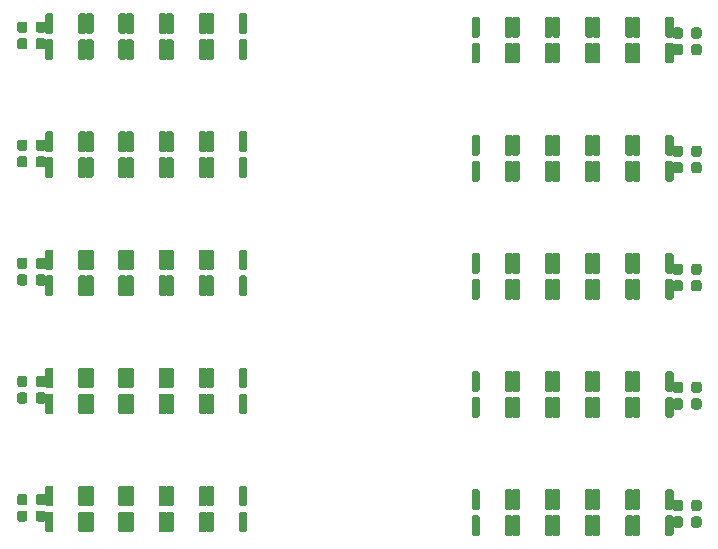
<source format=gtp>
G04 #@! TF.GenerationSoftware,KiCad,Pcbnew,5.1.9-73d0e3b20d~88~ubuntu20.04.1*
G04 #@! TF.CreationDate,2021-08-20T12:24:50+03:00*
G04 #@! TF.ProjectId,cable_to_banana,6361626c-655f-4746-9f5f-62616e616e61,rev?*
G04 #@! TF.SameCoordinates,Original*
G04 #@! TF.FileFunction,Paste,Top*
G04 #@! TF.FilePolarity,Positive*
%FSLAX46Y46*%
G04 Gerber Fmt 4.6, Leading zero omitted, Abs format (unit mm)*
G04 Created by KiCad (PCBNEW 5.1.9-73d0e3b20d~88~ubuntu20.04.1) date 2021-08-20 12:24:50*
%MOMM*%
%LPD*%
G01*
G04 APERTURE LIST*
G04 APERTURE END LIST*
G04 #@! TO.C,C6*
G36*
G01*
X43350000Y-140456250D02*
X43350000Y-139943750D01*
G75*
G02*
X43568750Y-139725000I218750J0D01*
G01*
X44006250Y-139725000D01*
G75*
G02*
X44225000Y-139943750I0J-218750D01*
G01*
X44225000Y-140456250D01*
G75*
G02*
X44006250Y-140675000I-218750J0D01*
G01*
X43568750Y-140675000D01*
G75*
G02*
X43350000Y-140456250I0J218750D01*
G01*
G37*
G36*
G01*
X41775000Y-140456250D02*
X41775000Y-139943750D01*
G75*
G02*
X41993750Y-139725000I218750J0D01*
G01*
X42431250Y-139725000D01*
G75*
G02*
X42650000Y-139943750I0J-218750D01*
G01*
X42650000Y-140456250D01*
G75*
G02*
X42431250Y-140675000I-218750J0D01*
G01*
X41993750Y-140675000D01*
G75*
G02*
X41775000Y-140456250I0J218750D01*
G01*
G37*
G04 #@! TD*
G04 #@! TO.C,R2*
G36*
G01*
X54350000Y-129235000D02*
X54350000Y-127765000D01*
G75*
G02*
X54490000Y-127625000I140000J0D01*
G01*
X54910000Y-127625000D01*
G75*
G02*
X55050000Y-127765000I0J-140000D01*
G01*
X55050000Y-129235000D01*
G75*
G02*
X54910000Y-129375000I-140000J0D01*
G01*
X54490000Y-129375000D01*
G75*
G02*
X54350000Y-129235000I0J140000D01*
G01*
G37*
G36*
G01*
X57150000Y-129235000D02*
X57150000Y-127765000D01*
G75*
G02*
X57290000Y-127625000I140000J0D01*
G01*
X57710000Y-127625000D01*
G75*
G02*
X57850000Y-127765000I0J-140000D01*
G01*
X57850000Y-129235000D01*
G75*
G02*
X57710000Y-129375000I-140000J0D01*
G01*
X57290000Y-129375000D01*
G75*
G02*
X57150000Y-129235000I0J140000D01*
G01*
G37*
G04 #@! TD*
G04 #@! TO.C,R5*
G36*
G01*
X44150000Y-131435000D02*
X44150000Y-129965000D01*
G75*
G02*
X44290000Y-129825000I140000J0D01*
G01*
X44710000Y-129825000D01*
G75*
G02*
X44850000Y-129965000I0J-140000D01*
G01*
X44850000Y-131435000D01*
G75*
G02*
X44710000Y-131575000I-140000J0D01*
G01*
X44290000Y-131575000D01*
G75*
G02*
X44150000Y-131435000I0J140000D01*
G01*
G37*
G36*
G01*
X46950000Y-131435000D02*
X46950000Y-129965000D01*
G75*
G02*
X47090000Y-129825000I140000J0D01*
G01*
X47510000Y-129825000D01*
G75*
G02*
X47650000Y-129965000I0J-140000D01*
G01*
X47650000Y-131435000D01*
G75*
G02*
X47510000Y-131575000I-140000J0D01*
G01*
X47090000Y-131575000D01*
G75*
G02*
X46950000Y-131435000I0J140000D01*
G01*
G37*
G04 #@! TD*
G04 #@! TO.C,R6*
G36*
G01*
X43350000Y-159056250D02*
X43350000Y-158543750D01*
G75*
G02*
X43568750Y-158325000I218750J0D01*
G01*
X44006250Y-158325000D01*
G75*
G02*
X44225000Y-158543750I0J-218750D01*
G01*
X44225000Y-159056250D01*
G75*
G02*
X44006250Y-159275000I-218750J0D01*
G01*
X43568750Y-159275000D01*
G75*
G02*
X43350000Y-159056250I0J218750D01*
G01*
G37*
G36*
G01*
X41775000Y-159056250D02*
X41775000Y-158543750D01*
G75*
G02*
X41993750Y-158325000I218750J0D01*
G01*
X42431250Y-158325000D01*
G75*
G02*
X42650000Y-158543750I0J-218750D01*
G01*
X42650000Y-159056250D01*
G75*
G02*
X42431250Y-159275000I-218750J0D01*
G01*
X41993750Y-159275000D01*
G75*
G02*
X41775000Y-159056250I0J218750D01*
G01*
G37*
G04 #@! TD*
G04 #@! TO.C,C4*
G36*
G01*
X47550000Y-129235000D02*
X47550000Y-127765000D01*
G75*
G02*
X47690000Y-127625000I140000J0D01*
G01*
X48110000Y-127625000D01*
G75*
G02*
X48250000Y-127765000I0J-140000D01*
G01*
X48250000Y-129235000D01*
G75*
G02*
X48110000Y-129375000I-140000J0D01*
G01*
X47690000Y-129375000D01*
G75*
G02*
X47550000Y-129235000I0J140000D01*
G01*
G37*
G36*
G01*
X50350000Y-129235000D02*
X50350000Y-127765000D01*
G75*
G02*
X50490000Y-127625000I140000J0D01*
G01*
X50910000Y-127625000D01*
G75*
G02*
X51050000Y-127765000I0J-140000D01*
G01*
X51050000Y-129235000D01*
G75*
G02*
X50910000Y-129375000I-140000J0D01*
G01*
X50490000Y-129375000D01*
G75*
G02*
X50350000Y-129235000I0J140000D01*
G01*
G37*
G04 #@! TD*
G04 #@! TO.C,C5*
G36*
G01*
X44150000Y-169235000D02*
X44150000Y-167765000D01*
G75*
G02*
X44290000Y-167625000I140000J0D01*
G01*
X44710000Y-167625000D01*
G75*
G02*
X44850000Y-167765000I0J-140000D01*
G01*
X44850000Y-169235000D01*
G75*
G02*
X44710000Y-169375000I-140000J0D01*
G01*
X44290000Y-169375000D01*
G75*
G02*
X44150000Y-169235000I0J140000D01*
G01*
G37*
G36*
G01*
X46950000Y-169235000D02*
X46950000Y-167765000D01*
G75*
G02*
X47090000Y-167625000I140000J0D01*
G01*
X47510000Y-167625000D01*
G75*
G02*
X47650000Y-167765000I0J-140000D01*
G01*
X47650000Y-169235000D01*
G75*
G02*
X47510000Y-169375000I-140000J0D01*
G01*
X47090000Y-169375000D01*
G75*
G02*
X46950000Y-169235000I0J140000D01*
G01*
G37*
G04 #@! TD*
G04 #@! TO.C,C3*
G36*
G01*
X50950000Y-129235000D02*
X50950000Y-127765000D01*
G75*
G02*
X51090000Y-127625000I140000J0D01*
G01*
X51510000Y-127625000D01*
G75*
G02*
X51650000Y-127765000I0J-140000D01*
G01*
X51650000Y-129235000D01*
G75*
G02*
X51510000Y-129375000I-140000J0D01*
G01*
X51090000Y-129375000D01*
G75*
G02*
X50950000Y-129235000I0J140000D01*
G01*
G37*
G36*
G01*
X53750000Y-129235000D02*
X53750000Y-127765000D01*
G75*
G02*
X53890000Y-127625000I140000J0D01*
G01*
X54310000Y-127625000D01*
G75*
G02*
X54450000Y-127765000I0J-140000D01*
G01*
X54450000Y-129235000D01*
G75*
G02*
X54310000Y-129375000I-140000J0D01*
G01*
X53890000Y-129375000D01*
G75*
G02*
X53750000Y-129235000I0J140000D01*
G01*
G37*
G04 #@! TD*
G04 #@! TO.C,C6*
G36*
G01*
X41775000Y-130456250D02*
X41775000Y-129943750D01*
G75*
G02*
X41993750Y-129725000I218750J0D01*
G01*
X42431250Y-129725000D01*
G75*
G02*
X42650000Y-129943750I0J-218750D01*
G01*
X42650000Y-130456250D01*
G75*
G02*
X42431250Y-130675000I-218750J0D01*
G01*
X41993750Y-130675000D01*
G75*
G02*
X41775000Y-130456250I0J218750D01*
G01*
G37*
G36*
G01*
X43350000Y-130456250D02*
X43350000Y-129943750D01*
G75*
G02*
X43568750Y-129725000I218750J0D01*
G01*
X44006250Y-129725000D01*
G75*
G02*
X44225000Y-129943750I0J-218750D01*
G01*
X44225000Y-130456250D01*
G75*
G02*
X44006250Y-130675000I-218750J0D01*
G01*
X43568750Y-130675000D01*
G75*
G02*
X43350000Y-130456250I0J218750D01*
G01*
G37*
G04 #@! TD*
G04 #@! TO.C,C5*
G36*
G01*
X46950000Y-139235000D02*
X46950000Y-137765000D01*
G75*
G02*
X47090000Y-137625000I140000J0D01*
G01*
X47510000Y-137625000D01*
G75*
G02*
X47650000Y-137765000I0J-140000D01*
G01*
X47650000Y-139235000D01*
G75*
G02*
X47510000Y-139375000I-140000J0D01*
G01*
X47090000Y-139375000D01*
G75*
G02*
X46950000Y-139235000I0J140000D01*
G01*
G37*
G36*
G01*
X44150000Y-139235000D02*
X44150000Y-137765000D01*
G75*
G02*
X44290000Y-137625000I140000J0D01*
G01*
X44710000Y-137625000D01*
G75*
G02*
X44850000Y-137765000I0J-140000D01*
G01*
X44850000Y-139235000D01*
G75*
G02*
X44710000Y-139375000I-140000J0D01*
G01*
X44290000Y-139375000D01*
G75*
G02*
X44150000Y-139235000I0J140000D01*
G01*
G37*
G04 #@! TD*
G04 #@! TO.C,R4*
G36*
G01*
X50350000Y-141435000D02*
X50350000Y-139965000D01*
G75*
G02*
X50490000Y-139825000I140000J0D01*
G01*
X50910000Y-139825000D01*
G75*
G02*
X51050000Y-139965000I0J-140000D01*
G01*
X51050000Y-141435000D01*
G75*
G02*
X50910000Y-141575000I-140000J0D01*
G01*
X50490000Y-141575000D01*
G75*
G02*
X50350000Y-141435000I0J140000D01*
G01*
G37*
G36*
G01*
X47550000Y-141435000D02*
X47550000Y-139965000D01*
G75*
G02*
X47690000Y-139825000I140000J0D01*
G01*
X48110000Y-139825000D01*
G75*
G02*
X48250000Y-139965000I0J-140000D01*
G01*
X48250000Y-141435000D01*
G75*
G02*
X48110000Y-141575000I-140000J0D01*
G01*
X47690000Y-141575000D01*
G75*
G02*
X47550000Y-141435000I0J140000D01*
G01*
G37*
G04 #@! TD*
G04 #@! TO.C,C1*
G36*
G01*
X57750000Y-171435000D02*
X57750000Y-169965000D01*
G75*
G02*
X57890000Y-169825000I140000J0D01*
G01*
X58310000Y-169825000D01*
G75*
G02*
X58450000Y-169965000I0J-140000D01*
G01*
X58450000Y-171435000D01*
G75*
G02*
X58310000Y-171575000I-140000J0D01*
G01*
X57890000Y-171575000D01*
G75*
G02*
X57750000Y-171435000I0J140000D01*
G01*
G37*
G36*
G01*
X60550000Y-171435000D02*
X60550000Y-169965000D01*
G75*
G02*
X60690000Y-169825000I140000J0D01*
G01*
X61110000Y-169825000D01*
G75*
G02*
X61250000Y-169965000I0J-140000D01*
G01*
X61250000Y-171435000D01*
G75*
G02*
X61110000Y-171575000I-140000J0D01*
G01*
X60690000Y-171575000D01*
G75*
G02*
X60550000Y-171435000I0J140000D01*
G01*
G37*
G04 #@! TD*
G04 #@! TO.C,R1*
G36*
G01*
X57750000Y-129235000D02*
X57750000Y-127765000D01*
G75*
G02*
X57890000Y-127625000I140000J0D01*
G01*
X58310000Y-127625000D01*
G75*
G02*
X58450000Y-127765000I0J-140000D01*
G01*
X58450000Y-129235000D01*
G75*
G02*
X58310000Y-129375000I-140000J0D01*
G01*
X57890000Y-129375000D01*
G75*
G02*
X57750000Y-129235000I0J140000D01*
G01*
G37*
G36*
G01*
X60550000Y-129235000D02*
X60550000Y-127765000D01*
G75*
G02*
X60690000Y-127625000I140000J0D01*
G01*
X61110000Y-127625000D01*
G75*
G02*
X61250000Y-127765000I0J-140000D01*
G01*
X61250000Y-129235000D01*
G75*
G02*
X61110000Y-129375000I-140000J0D01*
G01*
X60690000Y-129375000D01*
G75*
G02*
X60550000Y-129235000I0J140000D01*
G01*
G37*
G04 #@! TD*
G04 #@! TO.C,C4*
G36*
G01*
X50350000Y-159235000D02*
X50350000Y-157765000D01*
G75*
G02*
X50490000Y-157625000I140000J0D01*
G01*
X50910000Y-157625000D01*
G75*
G02*
X51050000Y-157765000I0J-140000D01*
G01*
X51050000Y-159235000D01*
G75*
G02*
X50910000Y-159375000I-140000J0D01*
G01*
X50490000Y-159375000D01*
G75*
G02*
X50350000Y-159235000I0J140000D01*
G01*
G37*
G36*
G01*
X47550000Y-159235000D02*
X47550000Y-157765000D01*
G75*
G02*
X47690000Y-157625000I140000J0D01*
G01*
X48110000Y-157625000D01*
G75*
G02*
X48250000Y-157765000I0J-140000D01*
G01*
X48250000Y-159235000D01*
G75*
G02*
X48110000Y-159375000I-140000J0D01*
G01*
X47690000Y-159375000D01*
G75*
G02*
X47550000Y-159235000I0J140000D01*
G01*
G37*
G04 #@! TD*
G04 #@! TO.C,C2*
G36*
G01*
X54350000Y-131435000D02*
X54350000Y-129965000D01*
G75*
G02*
X54490000Y-129825000I140000J0D01*
G01*
X54910000Y-129825000D01*
G75*
G02*
X55050000Y-129965000I0J-140000D01*
G01*
X55050000Y-131435000D01*
G75*
G02*
X54910000Y-131575000I-140000J0D01*
G01*
X54490000Y-131575000D01*
G75*
G02*
X54350000Y-131435000I0J140000D01*
G01*
G37*
G36*
G01*
X57150000Y-131435000D02*
X57150000Y-129965000D01*
G75*
G02*
X57290000Y-129825000I140000J0D01*
G01*
X57710000Y-129825000D01*
G75*
G02*
X57850000Y-129965000I0J-140000D01*
G01*
X57850000Y-131435000D01*
G75*
G02*
X57710000Y-131575000I-140000J0D01*
G01*
X57290000Y-131575000D01*
G75*
G02*
X57150000Y-131435000I0J140000D01*
G01*
G37*
G04 #@! TD*
G04 #@! TO.C,C5*
G36*
G01*
X44150000Y-129235000D02*
X44150000Y-127765000D01*
G75*
G02*
X44290000Y-127625000I140000J0D01*
G01*
X44710000Y-127625000D01*
G75*
G02*
X44850000Y-127765000I0J-140000D01*
G01*
X44850000Y-129235000D01*
G75*
G02*
X44710000Y-129375000I-140000J0D01*
G01*
X44290000Y-129375000D01*
G75*
G02*
X44150000Y-129235000I0J140000D01*
G01*
G37*
G36*
G01*
X46950000Y-129235000D02*
X46950000Y-127765000D01*
G75*
G02*
X47090000Y-127625000I140000J0D01*
G01*
X47510000Y-127625000D01*
G75*
G02*
X47650000Y-127765000I0J-140000D01*
G01*
X47650000Y-129235000D01*
G75*
G02*
X47510000Y-129375000I-140000J0D01*
G01*
X47090000Y-129375000D01*
G75*
G02*
X46950000Y-129235000I0J140000D01*
G01*
G37*
G04 #@! TD*
G04 #@! TO.C,C6*
G36*
G01*
X41775000Y-170456250D02*
X41775000Y-169943750D01*
G75*
G02*
X41993750Y-169725000I218750J0D01*
G01*
X42431250Y-169725000D01*
G75*
G02*
X42650000Y-169943750I0J-218750D01*
G01*
X42650000Y-170456250D01*
G75*
G02*
X42431250Y-170675000I-218750J0D01*
G01*
X41993750Y-170675000D01*
G75*
G02*
X41775000Y-170456250I0J218750D01*
G01*
G37*
G36*
G01*
X43350000Y-170456250D02*
X43350000Y-169943750D01*
G75*
G02*
X43568750Y-169725000I218750J0D01*
G01*
X44006250Y-169725000D01*
G75*
G02*
X44225000Y-169943750I0J-218750D01*
G01*
X44225000Y-170456250D01*
G75*
G02*
X44006250Y-170675000I-218750J0D01*
G01*
X43568750Y-170675000D01*
G75*
G02*
X43350000Y-170456250I0J218750D01*
G01*
G37*
G04 #@! TD*
G04 #@! TO.C,R1*
G36*
G01*
X57750000Y-169235000D02*
X57750000Y-167765000D01*
G75*
G02*
X57890000Y-167625000I140000J0D01*
G01*
X58310000Y-167625000D01*
G75*
G02*
X58450000Y-167765000I0J-140000D01*
G01*
X58450000Y-169235000D01*
G75*
G02*
X58310000Y-169375000I-140000J0D01*
G01*
X57890000Y-169375000D01*
G75*
G02*
X57750000Y-169235000I0J140000D01*
G01*
G37*
G36*
G01*
X60550000Y-169235000D02*
X60550000Y-167765000D01*
G75*
G02*
X60690000Y-167625000I140000J0D01*
G01*
X61110000Y-167625000D01*
G75*
G02*
X61250000Y-167765000I0J-140000D01*
G01*
X61250000Y-169235000D01*
G75*
G02*
X61110000Y-169375000I-140000J0D01*
G01*
X60690000Y-169375000D01*
G75*
G02*
X60550000Y-169235000I0J140000D01*
G01*
G37*
G04 #@! TD*
G04 #@! TO.C,R3*
G36*
G01*
X53750000Y-161435000D02*
X53750000Y-159965000D01*
G75*
G02*
X53890000Y-159825000I140000J0D01*
G01*
X54310000Y-159825000D01*
G75*
G02*
X54450000Y-159965000I0J-140000D01*
G01*
X54450000Y-161435000D01*
G75*
G02*
X54310000Y-161575000I-140000J0D01*
G01*
X53890000Y-161575000D01*
G75*
G02*
X53750000Y-161435000I0J140000D01*
G01*
G37*
G36*
G01*
X50950000Y-161435000D02*
X50950000Y-159965000D01*
G75*
G02*
X51090000Y-159825000I140000J0D01*
G01*
X51510000Y-159825000D01*
G75*
G02*
X51650000Y-159965000I0J-140000D01*
G01*
X51650000Y-161435000D01*
G75*
G02*
X51510000Y-161575000I-140000J0D01*
G01*
X51090000Y-161575000D01*
G75*
G02*
X50950000Y-161435000I0J140000D01*
G01*
G37*
G04 #@! TD*
G04 #@! TO.C,R2*
G36*
G01*
X54350000Y-169235000D02*
X54350000Y-167765000D01*
G75*
G02*
X54490000Y-167625000I140000J0D01*
G01*
X54910000Y-167625000D01*
G75*
G02*
X55050000Y-167765000I0J-140000D01*
G01*
X55050000Y-169235000D01*
G75*
G02*
X54910000Y-169375000I-140000J0D01*
G01*
X54490000Y-169375000D01*
G75*
G02*
X54350000Y-169235000I0J140000D01*
G01*
G37*
G36*
G01*
X57150000Y-169235000D02*
X57150000Y-167765000D01*
G75*
G02*
X57290000Y-167625000I140000J0D01*
G01*
X57710000Y-167625000D01*
G75*
G02*
X57850000Y-167765000I0J-140000D01*
G01*
X57850000Y-169235000D01*
G75*
G02*
X57710000Y-169375000I-140000J0D01*
G01*
X57290000Y-169375000D01*
G75*
G02*
X57150000Y-169235000I0J140000D01*
G01*
G37*
G04 #@! TD*
G04 #@! TO.C,C3*
G36*
G01*
X50950000Y-169235000D02*
X50950000Y-167765000D01*
G75*
G02*
X51090000Y-167625000I140000J0D01*
G01*
X51510000Y-167625000D01*
G75*
G02*
X51650000Y-167765000I0J-140000D01*
G01*
X51650000Y-169235000D01*
G75*
G02*
X51510000Y-169375000I-140000J0D01*
G01*
X51090000Y-169375000D01*
G75*
G02*
X50950000Y-169235000I0J140000D01*
G01*
G37*
G36*
G01*
X53750000Y-169235000D02*
X53750000Y-167765000D01*
G75*
G02*
X53890000Y-167625000I140000J0D01*
G01*
X54310000Y-167625000D01*
G75*
G02*
X54450000Y-167765000I0J-140000D01*
G01*
X54450000Y-169235000D01*
G75*
G02*
X54310000Y-169375000I-140000J0D01*
G01*
X53890000Y-169375000D01*
G75*
G02*
X53750000Y-169235000I0J140000D01*
G01*
G37*
G04 #@! TD*
G04 #@! TO.C,R6*
G36*
G01*
X41775000Y-129056250D02*
X41775000Y-128543750D01*
G75*
G02*
X41993750Y-128325000I218750J0D01*
G01*
X42431250Y-128325000D01*
G75*
G02*
X42650000Y-128543750I0J-218750D01*
G01*
X42650000Y-129056250D01*
G75*
G02*
X42431250Y-129275000I-218750J0D01*
G01*
X41993750Y-129275000D01*
G75*
G02*
X41775000Y-129056250I0J218750D01*
G01*
G37*
G36*
G01*
X43350000Y-129056250D02*
X43350000Y-128543750D01*
G75*
G02*
X43568750Y-128325000I218750J0D01*
G01*
X44006250Y-128325000D01*
G75*
G02*
X44225000Y-128543750I0J-218750D01*
G01*
X44225000Y-129056250D01*
G75*
G02*
X44006250Y-129275000I-218750J0D01*
G01*
X43568750Y-129275000D01*
G75*
G02*
X43350000Y-129056250I0J218750D01*
G01*
G37*
G04 #@! TD*
G04 #@! TO.C,R5*
G36*
G01*
X46950000Y-141435000D02*
X46950000Y-139965000D01*
G75*
G02*
X47090000Y-139825000I140000J0D01*
G01*
X47510000Y-139825000D01*
G75*
G02*
X47650000Y-139965000I0J-140000D01*
G01*
X47650000Y-141435000D01*
G75*
G02*
X47510000Y-141575000I-140000J0D01*
G01*
X47090000Y-141575000D01*
G75*
G02*
X46950000Y-141435000I0J140000D01*
G01*
G37*
G36*
G01*
X44150000Y-141435000D02*
X44150000Y-139965000D01*
G75*
G02*
X44290000Y-139825000I140000J0D01*
G01*
X44710000Y-139825000D01*
G75*
G02*
X44850000Y-139965000I0J-140000D01*
G01*
X44850000Y-141435000D01*
G75*
G02*
X44710000Y-141575000I-140000J0D01*
G01*
X44290000Y-141575000D01*
G75*
G02*
X44150000Y-141435000I0J140000D01*
G01*
G37*
G04 #@! TD*
G04 #@! TO.C,C2*
G36*
G01*
X57150000Y-161435000D02*
X57150000Y-159965000D01*
G75*
G02*
X57290000Y-159825000I140000J0D01*
G01*
X57710000Y-159825000D01*
G75*
G02*
X57850000Y-159965000I0J-140000D01*
G01*
X57850000Y-161435000D01*
G75*
G02*
X57710000Y-161575000I-140000J0D01*
G01*
X57290000Y-161575000D01*
G75*
G02*
X57150000Y-161435000I0J140000D01*
G01*
G37*
G36*
G01*
X54350000Y-161435000D02*
X54350000Y-159965000D01*
G75*
G02*
X54490000Y-159825000I140000J0D01*
G01*
X54910000Y-159825000D01*
G75*
G02*
X55050000Y-159965000I0J-140000D01*
G01*
X55050000Y-161435000D01*
G75*
G02*
X54910000Y-161575000I-140000J0D01*
G01*
X54490000Y-161575000D01*
G75*
G02*
X54350000Y-161435000I0J140000D01*
G01*
G37*
G04 #@! TD*
G04 #@! TO.C,C4*
G36*
G01*
X50350000Y-139235000D02*
X50350000Y-137765000D01*
G75*
G02*
X50490000Y-137625000I140000J0D01*
G01*
X50910000Y-137625000D01*
G75*
G02*
X51050000Y-137765000I0J-140000D01*
G01*
X51050000Y-139235000D01*
G75*
G02*
X50910000Y-139375000I-140000J0D01*
G01*
X50490000Y-139375000D01*
G75*
G02*
X50350000Y-139235000I0J140000D01*
G01*
G37*
G36*
G01*
X47550000Y-139235000D02*
X47550000Y-137765000D01*
G75*
G02*
X47690000Y-137625000I140000J0D01*
G01*
X48110000Y-137625000D01*
G75*
G02*
X48250000Y-137765000I0J-140000D01*
G01*
X48250000Y-139235000D01*
G75*
G02*
X48110000Y-139375000I-140000J0D01*
G01*
X47690000Y-139375000D01*
G75*
G02*
X47550000Y-139235000I0J140000D01*
G01*
G37*
G04 #@! TD*
G04 #@! TO.C,C3*
G36*
G01*
X53750000Y-159235000D02*
X53750000Y-157765000D01*
G75*
G02*
X53890000Y-157625000I140000J0D01*
G01*
X54310000Y-157625000D01*
G75*
G02*
X54450000Y-157765000I0J-140000D01*
G01*
X54450000Y-159235000D01*
G75*
G02*
X54310000Y-159375000I-140000J0D01*
G01*
X53890000Y-159375000D01*
G75*
G02*
X53750000Y-159235000I0J140000D01*
G01*
G37*
G36*
G01*
X50950000Y-159235000D02*
X50950000Y-157765000D01*
G75*
G02*
X51090000Y-157625000I140000J0D01*
G01*
X51510000Y-157625000D01*
G75*
G02*
X51650000Y-157765000I0J-140000D01*
G01*
X51650000Y-159235000D01*
G75*
G02*
X51510000Y-159375000I-140000J0D01*
G01*
X51090000Y-159375000D01*
G75*
G02*
X50950000Y-159235000I0J140000D01*
G01*
G37*
G04 #@! TD*
G04 #@! TO.C,R3*
G36*
G01*
X53750000Y-141435000D02*
X53750000Y-139965000D01*
G75*
G02*
X53890000Y-139825000I140000J0D01*
G01*
X54310000Y-139825000D01*
G75*
G02*
X54450000Y-139965000I0J-140000D01*
G01*
X54450000Y-141435000D01*
G75*
G02*
X54310000Y-141575000I-140000J0D01*
G01*
X53890000Y-141575000D01*
G75*
G02*
X53750000Y-141435000I0J140000D01*
G01*
G37*
G36*
G01*
X50950000Y-141435000D02*
X50950000Y-139965000D01*
G75*
G02*
X51090000Y-139825000I140000J0D01*
G01*
X51510000Y-139825000D01*
G75*
G02*
X51650000Y-139965000I0J-140000D01*
G01*
X51650000Y-141435000D01*
G75*
G02*
X51510000Y-141575000I-140000J0D01*
G01*
X51090000Y-141575000D01*
G75*
G02*
X50950000Y-141435000I0J140000D01*
G01*
G37*
G04 #@! TD*
G04 #@! TO.C,R6*
G36*
G01*
X43350000Y-139056250D02*
X43350000Y-138543750D01*
G75*
G02*
X43568750Y-138325000I218750J0D01*
G01*
X44006250Y-138325000D01*
G75*
G02*
X44225000Y-138543750I0J-218750D01*
G01*
X44225000Y-139056250D01*
G75*
G02*
X44006250Y-139275000I-218750J0D01*
G01*
X43568750Y-139275000D01*
G75*
G02*
X43350000Y-139056250I0J218750D01*
G01*
G37*
G36*
G01*
X41775000Y-139056250D02*
X41775000Y-138543750D01*
G75*
G02*
X41993750Y-138325000I218750J0D01*
G01*
X42431250Y-138325000D01*
G75*
G02*
X42650000Y-138543750I0J-218750D01*
G01*
X42650000Y-139056250D01*
G75*
G02*
X42431250Y-139275000I-218750J0D01*
G01*
X41993750Y-139275000D01*
G75*
G02*
X41775000Y-139056250I0J218750D01*
G01*
G37*
G04 #@! TD*
G04 #@! TO.C,R2*
G36*
G01*
X57150000Y-139235000D02*
X57150000Y-137765000D01*
G75*
G02*
X57290000Y-137625000I140000J0D01*
G01*
X57710000Y-137625000D01*
G75*
G02*
X57850000Y-137765000I0J-140000D01*
G01*
X57850000Y-139235000D01*
G75*
G02*
X57710000Y-139375000I-140000J0D01*
G01*
X57290000Y-139375000D01*
G75*
G02*
X57150000Y-139235000I0J140000D01*
G01*
G37*
G36*
G01*
X54350000Y-139235000D02*
X54350000Y-137765000D01*
G75*
G02*
X54490000Y-137625000I140000J0D01*
G01*
X54910000Y-137625000D01*
G75*
G02*
X55050000Y-137765000I0J-140000D01*
G01*
X55050000Y-139235000D01*
G75*
G02*
X54910000Y-139375000I-140000J0D01*
G01*
X54490000Y-139375000D01*
G75*
G02*
X54350000Y-139235000I0J140000D01*
G01*
G37*
G04 #@! TD*
G04 #@! TO.C,C5*
G36*
G01*
X46950000Y-159235000D02*
X46950000Y-157765000D01*
G75*
G02*
X47090000Y-157625000I140000J0D01*
G01*
X47510000Y-157625000D01*
G75*
G02*
X47650000Y-157765000I0J-140000D01*
G01*
X47650000Y-159235000D01*
G75*
G02*
X47510000Y-159375000I-140000J0D01*
G01*
X47090000Y-159375000D01*
G75*
G02*
X46950000Y-159235000I0J140000D01*
G01*
G37*
G36*
G01*
X44150000Y-159235000D02*
X44150000Y-157765000D01*
G75*
G02*
X44290000Y-157625000I140000J0D01*
G01*
X44710000Y-157625000D01*
G75*
G02*
X44850000Y-157765000I0J-140000D01*
G01*
X44850000Y-159235000D01*
G75*
G02*
X44710000Y-159375000I-140000J0D01*
G01*
X44290000Y-159375000D01*
G75*
G02*
X44150000Y-159235000I0J140000D01*
G01*
G37*
G04 #@! TD*
G04 #@! TO.C,C1*
G36*
G01*
X57750000Y-131435000D02*
X57750000Y-129965000D01*
G75*
G02*
X57890000Y-129825000I140000J0D01*
G01*
X58310000Y-129825000D01*
G75*
G02*
X58450000Y-129965000I0J-140000D01*
G01*
X58450000Y-131435000D01*
G75*
G02*
X58310000Y-131575000I-140000J0D01*
G01*
X57890000Y-131575000D01*
G75*
G02*
X57750000Y-131435000I0J140000D01*
G01*
G37*
G36*
G01*
X60550000Y-131435000D02*
X60550000Y-129965000D01*
G75*
G02*
X60690000Y-129825000I140000J0D01*
G01*
X61110000Y-129825000D01*
G75*
G02*
X61250000Y-129965000I0J-140000D01*
G01*
X61250000Y-131435000D01*
G75*
G02*
X61110000Y-131575000I-140000J0D01*
G01*
X60690000Y-131575000D01*
G75*
G02*
X60550000Y-131435000I0J140000D01*
G01*
G37*
G04 #@! TD*
G04 #@! TO.C,C3*
G36*
G01*
X53750000Y-139235000D02*
X53750000Y-137765000D01*
G75*
G02*
X53890000Y-137625000I140000J0D01*
G01*
X54310000Y-137625000D01*
G75*
G02*
X54450000Y-137765000I0J-140000D01*
G01*
X54450000Y-139235000D01*
G75*
G02*
X54310000Y-139375000I-140000J0D01*
G01*
X53890000Y-139375000D01*
G75*
G02*
X53750000Y-139235000I0J140000D01*
G01*
G37*
G36*
G01*
X50950000Y-139235000D02*
X50950000Y-137765000D01*
G75*
G02*
X51090000Y-137625000I140000J0D01*
G01*
X51510000Y-137625000D01*
G75*
G02*
X51650000Y-137765000I0J-140000D01*
G01*
X51650000Y-139235000D01*
G75*
G02*
X51510000Y-139375000I-140000J0D01*
G01*
X51090000Y-139375000D01*
G75*
G02*
X50950000Y-139235000I0J140000D01*
G01*
G37*
G04 #@! TD*
G04 #@! TO.C,R3*
G36*
G01*
X50950000Y-171435000D02*
X50950000Y-169965000D01*
G75*
G02*
X51090000Y-169825000I140000J0D01*
G01*
X51510000Y-169825000D01*
G75*
G02*
X51650000Y-169965000I0J-140000D01*
G01*
X51650000Y-171435000D01*
G75*
G02*
X51510000Y-171575000I-140000J0D01*
G01*
X51090000Y-171575000D01*
G75*
G02*
X50950000Y-171435000I0J140000D01*
G01*
G37*
G36*
G01*
X53750000Y-171435000D02*
X53750000Y-169965000D01*
G75*
G02*
X53890000Y-169825000I140000J0D01*
G01*
X54310000Y-169825000D01*
G75*
G02*
X54450000Y-169965000I0J-140000D01*
G01*
X54450000Y-171435000D01*
G75*
G02*
X54310000Y-171575000I-140000J0D01*
G01*
X53890000Y-171575000D01*
G75*
G02*
X53750000Y-171435000I0J140000D01*
G01*
G37*
G04 #@! TD*
G04 #@! TO.C,C4*
G36*
G01*
X47550000Y-169235000D02*
X47550000Y-167765000D01*
G75*
G02*
X47690000Y-167625000I140000J0D01*
G01*
X48110000Y-167625000D01*
G75*
G02*
X48250000Y-167765000I0J-140000D01*
G01*
X48250000Y-169235000D01*
G75*
G02*
X48110000Y-169375000I-140000J0D01*
G01*
X47690000Y-169375000D01*
G75*
G02*
X47550000Y-169235000I0J140000D01*
G01*
G37*
G36*
G01*
X50350000Y-169235000D02*
X50350000Y-167765000D01*
G75*
G02*
X50490000Y-167625000I140000J0D01*
G01*
X50910000Y-167625000D01*
G75*
G02*
X51050000Y-167765000I0J-140000D01*
G01*
X51050000Y-169235000D01*
G75*
G02*
X50910000Y-169375000I-140000J0D01*
G01*
X50490000Y-169375000D01*
G75*
G02*
X50350000Y-169235000I0J140000D01*
G01*
G37*
G04 #@! TD*
G04 #@! TO.C,R2*
G36*
G01*
X57150000Y-159235000D02*
X57150000Y-157765000D01*
G75*
G02*
X57290000Y-157625000I140000J0D01*
G01*
X57710000Y-157625000D01*
G75*
G02*
X57850000Y-157765000I0J-140000D01*
G01*
X57850000Y-159235000D01*
G75*
G02*
X57710000Y-159375000I-140000J0D01*
G01*
X57290000Y-159375000D01*
G75*
G02*
X57150000Y-159235000I0J140000D01*
G01*
G37*
G36*
G01*
X54350000Y-159235000D02*
X54350000Y-157765000D01*
G75*
G02*
X54490000Y-157625000I140000J0D01*
G01*
X54910000Y-157625000D01*
G75*
G02*
X55050000Y-157765000I0J-140000D01*
G01*
X55050000Y-159235000D01*
G75*
G02*
X54910000Y-159375000I-140000J0D01*
G01*
X54490000Y-159375000D01*
G75*
G02*
X54350000Y-159235000I0J140000D01*
G01*
G37*
G04 #@! TD*
G04 #@! TO.C,R4*
G36*
G01*
X47550000Y-171435000D02*
X47550000Y-169965000D01*
G75*
G02*
X47690000Y-169825000I140000J0D01*
G01*
X48110000Y-169825000D01*
G75*
G02*
X48250000Y-169965000I0J-140000D01*
G01*
X48250000Y-171435000D01*
G75*
G02*
X48110000Y-171575000I-140000J0D01*
G01*
X47690000Y-171575000D01*
G75*
G02*
X47550000Y-171435000I0J140000D01*
G01*
G37*
G36*
G01*
X50350000Y-171435000D02*
X50350000Y-169965000D01*
G75*
G02*
X50490000Y-169825000I140000J0D01*
G01*
X50910000Y-169825000D01*
G75*
G02*
X51050000Y-169965000I0J-140000D01*
G01*
X51050000Y-171435000D01*
G75*
G02*
X50910000Y-171575000I-140000J0D01*
G01*
X50490000Y-171575000D01*
G75*
G02*
X50350000Y-171435000I0J140000D01*
G01*
G37*
G04 #@! TD*
G04 #@! TO.C,C1*
G36*
G01*
X60550000Y-161435000D02*
X60550000Y-159965000D01*
G75*
G02*
X60690000Y-159825000I140000J0D01*
G01*
X61110000Y-159825000D01*
G75*
G02*
X61250000Y-159965000I0J-140000D01*
G01*
X61250000Y-161435000D01*
G75*
G02*
X61110000Y-161575000I-140000J0D01*
G01*
X60690000Y-161575000D01*
G75*
G02*
X60550000Y-161435000I0J140000D01*
G01*
G37*
G36*
G01*
X57750000Y-161435000D02*
X57750000Y-159965000D01*
G75*
G02*
X57890000Y-159825000I140000J0D01*
G01*
X58310000Y-159825000D01*
G75*
G02*
X58450000Y-159965000I0J-140000D01*
G01*
X58450000Y-161435000D01*
G75*
G02*
X58310000Y-161575000I-140000J0D01*
G01*
X57890000Y-161575000D01*
G75*
G02*
X57750000Y-161435000I0J140000D01*
G01*
G37*
G04 #@! TD*
G04 #@! TO.C,R4*
G36*
G01*
X47550000Y-131435000D02*
X47550000Y-129965000D01*
G75*
G02*
X47690000Y-129825000I140000J0D01*
G01*
X48110000Y-129825000D01*
G75*
G02*
X48250000Y-129965000I0J-140000D01*
G01*
X48250000Y-131435000D01*
G75*
G02*
X48110000Y-131575000I-140000J0D01*
G01*
X47690000Y-131575000D01*
G75*
G02*
X47550000Y-131435000I0J140000D01*
G01*
G37*
G36*
G01*
X50350000Y-131435000D02*
X50350000Y-129965000D01*
G75*
G02*
X50490000Y-129825000I140000J0D01*
G01*
X50910000Y-129825000D01*
G75*
G02*
X51050000Y-129965000I0J-140000D01*
G01*
X51050000Y-131435000D01*
G75*
G02*
X50910000Y-131575000I-140000J0D01*
G01*
X50490000Y-131575000D01*
G75*
G02*
X50350000Y-131435000I0J140000D01*
G01*
G37*
G04 #@! TD*
G04 #@! TO.C,C1*
G36*
G01*
X60550000Y-141435000D02*
X60550000Y-139965000D01*
G75*
G02*
X60690000Y-139825000I140000J0D01*
G01*
X61110000Y-139825000D01*
G75*
G02*
X61250000Y-139965000I0J-140000D01*
G01*
X61250000Y-141435000D01*
G75*
G02*
X61110000Y-141575000I-140000J0D01*
G01*
X60690000Y-141575000D01*
G75*
G02*
X60550000Y-141435000I0J140000D01*
G01*
G37*
G36*
G01*
X57750000Y-141435000D02*
X57750000Y-139965000D01*
G75*
G02*
X57890000Y-139825000I140000J0D01*
G01*
X58310000Y-139825000D01*
G75*
G02*
X58450000Y-139965000I0J-140000D01*
G01*
X58450000Y-141435000D01*
G75*
G02*
X58310000Y-141575000I-140000J0D01*
G01*
X57890000Y-141575000D01*
G75*
G02*
X57750000Y-141435000I0J140000D01*
G01*
G37*
G04 #@! TD*
G04 #@! TO.C,R3*
G36*
G01*
X50950000Y-131435000D02*
X50950000Y-129965000D01*
G75*
G02*
X51090000Y-129825000I140000J0D01*
G01*
X51510000Y-129825000D01*
G75*
G02*
X51650000Y-129965000I0J-140000D01*
G01*
X51650000Y-131435000D01*
G75*
G02*
X51510000Y-131575000I-140000J0D01*
G01*
X51090000Y-131575000D01*
G75*
G02*
X50950000Y-131435000I0J140000D01*
G01*
G37*
G36*
G01*
X53750000Y-131435000D02*
X53750000Y-129965000D01*
G75*
G02*
X53890000Y-129825000I140000J0D01*
G01*
X54310000Y-129825000D01*
G75*
G02*
X54450000Y-129965000I0J-140000D01*
G01*
X54450000Y-131435000D01*
G75*
G02*
X54310000Y-131575000I-140000J0D01*
G01*
X53890000Y-131575000D01*
G75*
G02*
X53750000Y-131435000I0J140000D01*
G01*
G37*
G04 #@! TD*
G04 #@! TO.C,R1*
G36*
G01*
X60550000Y-139235000D02*
X60550000Y-137765000D01*
G75*
G02*
X60690000Y-137625000I140000J0D01*
G01*
X61110000Y-137625000D01*
G75*
G02*
X61250000Y-137765000I0J-140000D01*
G01*
X61250000Y-139235000D01*
G75*
G02*
X61110000Y-139375000I-140000J0D01*
G01*
X60690000Y-139375000D01*
G75*
G02*
X60550000Y-139235000I0J140000D01*
G01*
G37*
G36*
G01*
X57750000Y-139235000D02*
X57750000Y-137765000D01*
G75*
G02*
X57890000Y-137625000I140000J0D01*
G01*
X58310000Y-137625000D01*
G75*
G02*
X58450000Y-137765000I0J-140000D01*
G01*
X58450000Y-139235000D01*
G75*
G02*
X58310000Y-139375000I-140000J0D01*
G01*
X57890000Y-139375000D01*
G75*
G02*
X57750000Y-139235000I0J140000D01*
G01*
G37*
G04 #@! TD*
G04 #@! TO.C,R5*
G36*
G01*
X44150000Y-171435000D02*
X44150000Y-169965000D01*
G75*
G02*
X44290000Y-169825000I140000J0D01*
G01*
X44710000Y-169825000D01*
G75*
G02*
X44850000Y-169965000I0J-140000D01*
G01*
X44850000Y-171435000D01*
G75*
G02*
X44710000Y-171575000I-140000J0D01*
G01*
X44290000Y-171575000D01*
G75*
G02*
X44150000Y-171435000I0J140000D01*
G01*
G37*
G36*
G01*
X46950000Y-171435000D02*
X46950000Y-169965000D01*
G75*
G02*
X47090000Y-169825000I140000J0D01*
G01*
X47510000Y-169825000D01*
G75*
G02*
X47650000Y-169965000I0J-140000D01*
G01*
X47650000Y-171435000D01*
G75*
G02*
X47510000Y-171575000I-140000J0D01*
G01*
X47090000Y-171575000D01*
G75*
G02*
X46950000Y-171435000I0J140000D01*
G01*
G37*
G04 #@! TD*
G04 #@! TO.C,R6*
G36*
G01*
X41775000Y-169056250D02*
X41775000Y-168543750D01*
G75*
G02*
X41993750Y-168325000I218750J0D01*
G01*
X42431250Y-168325000D01*
G75*
G02*
X42650000Y-168543750I0J-218750D01*
G01*
X42650000Y-169056250D01*
G75*
G02*
X42431250Y-169275000I-218750J0D01*
G01*
X41993750Y-169275000D01*
G75*
G02*
X41775000Y-169056250I0J218750D01*
G01*
G37*
G36*
G01*
X43350000Y-169056250D02*
X43350000Y-168543750D01*
G75*
G02*
X43568750Y-168325000I218750J0D01*
G01*
X44006250Y-168325000D01*
G75*
G02*
X44225000Y-168543750I0J-218750D01*
G01*
X44225000Y-169056250D01*
G75*
G02*
X44006250Y-169275000I-218750J0D01*
G01*
X43568750Y-169275000D01*
G75*
G02*
X43350000Y-169056250I0J218750D01*
G01*
G37*
G04 #@! TD*
G04 #@! TO.C,C2*
G36*
G01*
X57150000Y-141435000D02*
X57150000Y-139965000D01*
G75*
G02*
X57290000Y-139825000I140000J0D01*
G01*
X57710000Y-139825000D01*
G75*
G02*
X57850000Y-139965000I0J-140000D01*
G01*
X57850000Y-141435000D01*
G75*
G02*
X57710000Y-141575000I-140000J0D01*
G01*
X57290000Y-141575000D01*
G75*
G02*
X57150000Y-141435000I0J140000D01*
G01*
G37*
G36*
G01*
X54350000Y-141435000D02*
X54350000Y-139965000D01*
G75*
G02*
X54490000Y-139825000I140000J0D01*
G01*
X54910000Y-139825000D01*
G75*
G02*
X55050000Y-139965000I0J-140000D01*
G01*
X55050000Y-141435000D01*
G75*
G02*
X54910000Y-141575000I-140000J0D01*
G01*
X54490000Y-141575000D01*
G75*
G02*
X54350000Y-141435000I0J140000D01*
G01*
G37*
G04 #@! TD*
G04 #@! TO.C,C2*
G36*
G01*
X54350000Y-171435000D02*
X54350000Y-169965000D01*
G75*
G02*
X54490000Y-169825000I140000J0D01*
G01*
X54910000Y-169825000D01*
G75*
G02*
X55050000Y-169965000I0J-140000D01*
G01*
X55050000Y-171435000D01*
G75*
G02*
X54910000Y-171575000I-140000J0D01*
G01*
X54490000Y-171575000D01*
G75*
G02*
X54350000Y-171435000I0J140000D01*
G01*
G37*
G36*
G01*
X57150000Y-171435000D02*
X57150000Y-169965000D01*
G75*
G02*
X57290000Y-169825000I140000J0D01*
G01*
X57710000Y-169825000D01*
G75*
G02*
X57850000Y-169965000I0J-140000D01*
G01*
X57850000Y-171435000D01*
G75*
G02*
X57710000Y-171575000I-140000J0D01*
G01*
X57290000Y-171575000D01*
G75*
G02*
X57150000Y-171435000I0J140000D01*
G01*
G37*
G04 #@! TD*
G04 #@! TO.C,R4*
G36*
G01*
X50350000Y-161435000D02*
X50350000Y-159965000D01*
G75*
G02*
X50490000Y-159825000I140000J0D01*
G01*
X50910000Y-159825000D01*
G75*
G02*
X51050000Y-159965000I0J-140000D01*
G01*
X51050000Y-161435000D01*
G75*
G02*
X50910000Y-161575000I-140000J0D01*
G01*
X50490000Y-161575000D01*
G75*
G02*
X50350000Y-161435000I0J140000D01*
G01*
G37*
G36*
G01*
X47550000Y-161435000D02*
X47550000Y-159965000D01*
G75*
G02*
X47690000Y-159825000I140000J0D01*
G01*
X48110000Y-159825000D01*
G75*
G02*
X48250000Y-159965000I0J-140000D01*
G01*
X48250000Y-161435000D01*
G75*
G02*
X48110000Y-161575000I-140000J0D01*
G01*
X47690000Y-161575000D01*
G75*
G02*
X47550000Y-161435000I0J140000D01*
G01*
G37*
G04 #@! TD*
G04 #@! TO.C,R5*
G36*
G01*
X46950000Y-161435000D02*
X46950000Y-159965000D01*
G75*
G02*
X47090000Y-159825000I140000J0D01*
G01*
X47510000Y-159825000D01*
G75*
G02*
X47650000Y-159965000I0J-140000D01*
G01*
X47650000Y-161435000D01*
G75*
G02*
X47510000Y-161575000I-140000J0D01*
G01*
X47090000Y-161575000D01*
G75*
G02*
X46950000Y-161435000I0J140000D01*
G01*
G37*
G36*
G01*
X44150000Y-161435000D02*
X44150000Y-159965000D01*
G75*
G02*
X44290000Y-159825000I140000J0D01*
G01*
X44710000Y-159825000D01*
G75*
G02*
X44850000Y-159965000I0J-140000D01*
G01*
X44850000Y-161435000D01*
G75*
G02*
X44710000Y-161575000I-140000J0D01*
G01*
X44290000Y-161575000D01*
G75*
G02*
X44150000Y-161435000I0J140000D01*
G01*
G37*
G04 #@! TD*
G04 #@! TO.C,C6*
G36*
G01*
X43350000Y-160456250D02*
X43350000Y-159943750D01*
G75*
G02*
X43568750Y-159725000I218750J0D01*
G01*
X44006250Y-159725000D01*
G75*
G02*
X44225000Y-159943750I0J-218750D01*
G01*
X44225000Y-160456250D01*
G75*
G02*
X44006250Y-160675000I-218750J0D01*
G01*
X43568750Y-160675000D01*
G75*
G02*
X43350000Y-160456250I0J218750D01*
G01*
G37*
G36*
G01*
X41775000Y-160456250D02*
X41775000Y-159943750D01*
G75*
G02*
X41993750Y-159725000I218750J0D01*
G01*
X42431250Y-159725000D01*
G75*
G02*
X42650000Y-159943750I0J-218750D01*
G01*
X42650000Y-160456250D01*
G75*
G02*
X42431250Y-160675000I-218750J0D01*
G01*
X41993750Y-160675000D01*
G75*
G02*
X41775000Y-160456250I0J218750D01*
G01*
G37*
G04 #@! TD*
G04 #@! TO.C,C1*
G36*
G01*
X57750000Y-151435000D02*
X57750000Y-149965000D01*
G75*
G02*
X57890000Y-149825000I140000J0D01*
G01*
X58310000Y-149825000D01*
G75*
G02*
X58450000Y-149965000I0J-140000D01*
G01*
X58450000Y-151435000D01*
G75*
G02*
X58310000Y-151575000I-140000J0D01*
G01*
X57890000Y-151575000D01*
G75*
G02*
X57750000Y-151435000I0J140000D01*
G01*
G37*
G36*
G01*
X60550000Y-151435000D02*
X60550000Y-149965000D01*
G75*
G02*
X60690000Y-149825000I140000J0D01*
G01*
X61110000Y-149825000D01*
G75*
G02*
X61250000Y-149965000I0J-140000D01*
G01*
X61250000Y-151435000D01*
G75*
G02*
X61110000Y-151575000I-140000J0D01*
G01*
X60690000Y-151575000D01*
G75*
G02*
X60550000Y-151435000I0J140000D01*
G01*
G37*
G04 #@! TD*
G04 #@! TO.C,C5*
G36*
G01*
X44150000Y-149235000D02*
X44150000Y-147765000D01*
G75*
G02*
X44290000Y-147625000I140000J0D01*
G01*
X44710000Y-147625000D01*
G75*
G02*
X44850000Y-147765000I0J-140000D01*
G01*
X44850000Y-149235000D01*
G75*
G02*
X44710000Y-149375000I-140000J0D01*
G01*
X44290000Y-149375000D01*
G75*
G02*
X44150000Y-149235000I0J140000D01*
G01*
G37*
G36*
G01*
X46950000Y-149235000D02*
X46950000Y-147765000D01*
G75*
G02*
X47090000Y-147625000I140000J0D01*
G01*
X47510000Y-147625000D01*
G75*
G02*
X47650000Y-147765000I0J-140000D01*
G01*
X47650000Y-149235000D01*
G75*
G02*
X47510000Y-149375000I-140000J0D01*
G01*
X47090000Y-149375000D01*
G75*
G02*
X46950000Y-149235000I0J140000D01*
G01*
G37*
G04 #@! TD*
G04 #@! TO.C,R4*
G36*
G01*
X47550000Y-151435000D02*
X47550000Y-149965000D01*
G75*
G02*
X47690000Y-149825000I140000J0D01*
G01*
X48110000Y-149825000D01*
G75*
G02*
X48250000Y-149965000I0J-140000D01*
G01*
X48250000Y-151435000D01*
G75*
G02*
X48110000Y-151575000I-140000J0D01*
G01*
X47690000Y-151575000D01*
G75*
G02*
X47550000Y-151435000I0J140000D01*
G01*
G37*
G36*
G01*
X50350000Y-151435000D02*
X50350000Y-149965000D01*
G75*
G02*
X50490000Y-149825000I140000J0D01*
G01*
X50910000Y-149825000D01*
G75*
G02*
X51050000Y-149965000I0J-140000D01*
G01*
X51050000Y-151435000D01*
G75*
G02*
X50910000Y-151575000I-140000J0D01*
G01*
X50490000Y-151575000D01*
G75*
G02*
X50350000Y-151435000I0J140000D01*
G01*
G37*
G04 #@! TD*
G04 #@! TO.C,R5*
G36*
G01*
X44150000Y-151435000D02*
X44150000Y-149965000D01*
G75*
G02*
X44290000Y-149825000I140000J0D01*
G01*
X44710000Y-149825000D01*
G75*
G02*
X44850000Y-149965000I0J-140000D01*
G01*
X44850000Y-151435000D01*
G75*
G02*
X44710000Y-151575000I-140000J0D01*
G01*
X44290000Y-151575000D01*
G75*
G02*
X44150000Y-151435000I0J140000D01*
G01*
G37*
G36*
G01*
X46950000Y-151435000D02*
X46950000Y-149965000D01*
G75*
G02*
X47090000Y-149825000I140000J0D01*
G01*
X47510000Y-149825000D01*
G75*
G02*
X47650000Y-149965000I0J-140000D01*
G01*
X47650000Y-151435000D01*
G75*
G02*
X47510000Y-151575000I-140000J0D01*
G01*
X47090000Y-151575000D01*
G75*
G02*
X46950000Y-151435000I0J140000D01*
G01*
G37*
G04 #@! TD*
G04 #@! TO.C,C6*
G36*
G01*
X41775000Y-150456250D02*
X41775000Y-149943750D01*
G75*
G02*
X41993750Y-149725000I218750J0D01*
G01*
X42431250Y-149725000D01*
G75*
G02*
X42650000Y-149943750I0J-218750D01*
G01*
X42650000Y-150456250D01*
G75*
G02*
X42431250Y-150675000I-218750J0D01*
G01*
X41993750Y-150675000D01*
G75*
G02*
X41775000Y-150456250I0J218750D01*
G01*
G37*
G36*
G01*
X43350000Y-150456250D02*
X43350000Y-149943750D01*
G75*
G02*
X43568750Y-149725000I218750J0D01*
G01*
X44006250Y-149725000D01*
G75*
G02*
X44225000Y-149943750I0J-218750D01*
G01*
X44225000Y-150456250D01*
G75*
G02*
X44006250Y-150675000I-218750J0D01*
G01*
X43568750Y-150675000D01*
G75*
G02*
X43350000Y-150456250I0J218750D01*
G01*
G37*
G04 #@! TD*
G04 #@! TO.C,R2*
G36*
G01*
X54350000Y-149235000D02*
X54350000Y-147765000D01*
G75*
G02*
X54490000Y-147625000I140000J0D01*
G01*
X54910000Y-147625000D01*
G75*
G02*
X55050000Y-147765000I0J-140000D01*
G01*
X55050000Y-149235000D01*
G75*
G02*
X54910000Y-149375000I-140000J0D01*
G01*
X54490000Y-149375000D01*
G75*
G02*
X54350000Y-149235000I0J140000D01*
G01*
G37*
G36*
G01*
X57150000Y-149235000D02*
X57150000Y-147765000D01*
G75*
G02*
X57290000Y-147625000I140000J0D01*
G01*
X57710000Y-147625000D01*
G75*
G02*
X57850000Y-147765000I0J-140000D01*
G01*
X57850000Y-149235000D01*
G75*
G02*
X57710000Y-149375000I-140000J0D01*
G01*
X57290000Y-149375000D01*
G75*
G02*
X57150000Y-149235000I0J140000D01*
G01*
G37*
G04 #@! TD*
G04 #@! TO.C,R3*
G36*
G01*
X50950000Y-151435000D02*
X50950000Y-149965000D01*
G75*
G02*
X51090000Y-149825000I140000J0D01*
G01*
X51510000Y-149825000D01*
G75*
G02*
X51650000Y-149965000I0J-140000D01*
G01*
X51650000Y-151435000D01*
G75*
G02*
X51510000Y-151575000I-140000J0D01*
G01*
X51090000Y-151575000D01*
G75*
G02*
X50950000Y-151435000I0J140000D01*
G01*
G37*
G36*
G01*
X53750000Y-151435000D02*
X53750000Y-149965000D01*
G75*
G02*
X53890000Y-149825000I140000J0D01*
G01*
X54310000Y-149825000D01*
G75*
G02*
X54450000Y-149965000I0J-140000D01*
G01*
X54450000Y-151435000D01*
G75*
G02*
X54310000Y-151575000I-140000J0D01*
G01*
X53890000Y-151575000D01*
G75*
G02*
X53750000Y-151435000I0J140000D01*
G01*
G37*
G04 #@! TD*
G04 #@! TO.C,C3*
G36*
G01*
X50950000Y-149235000D02*
X50950000Y-147765000D01*
G75*
G02*
X51090000Y-147625000I140000J0D01*
G01*
X51510000Y-147625000D01*
G75*
G02*
X51650000Y-147765000I0J-140000D01*
G01*
X51650000Y-149235000D01*
G75*
G02*
X51510000Y-149375000I-140000J0D01*
G01*
X51090000Y-149375000D01*
G75*
G02*
X50950000Y-149235000I0J140000D01*
G01*
G37*
G36*
G01*
X53750000Y-149235000D02*
X53750000Y-147765000D01*
G75*
G02*
X53890000Y-147625000I140000J0D01*
G01*
X54310000Y-147625000D01*
G75*
G02*
X54450000Y-147765000I0J-140000D01*
G01*
X54450000Y-149235000D01*
G75*
G02*
X54310000Y-149375000I-140000J0D01*
G01*
X53890000Y-149375000D01*
G75*
G02*
X53750000Y-149235000I0J140000D01*
G01*
G37*
G04 #@! TD*
G04 #@! TO.C,R1*
G36*
G01*
X57750000Y-149235000D02*
X57750000Y-147765000D01*
G75*
G02*
X57890000Y-147625000I140000J0D01*
G01*
X58310000Y-147625000D01*
G75*
G02*
X58450000Y-147765000I0J-140000D01*
G01*
X58450000Y-149235000D01*
G75*
G02*
X58310000Y-149375000I-140000J0D01*
G01*
X57890000Y-149375000D01*
G75*
G02*
X57750000Y-149235000I0J140000D01*
G01*
G37*
G36*
G01*
X60550000Y-149235000D02*
X60550000Y-147765000D01*
G75*
G02*
X60690000Y-147625000I140000J0D01*
G01*
X61110000Y-147625000D01*
G75*
G02*
X61250000Y-147765000I0J-140000D01*
G01*
X61250000Y-149235000D01*
G75*
G02*
X61110000Y-149375000I-140000J0D01*
G01*
X60690000Y-149375000D01*
G75*
G02*
X60550000Y-149235000I0J140000D01*
G01*
G37*
G04 #@! TD*
G04 #@! TO.C,C2*
G36*
G01*
X54350000Y-151435000D02*
X54350000Y-149965000D01*
G75*
G02*
X54490000Y-149825000I140000J0D01*
G01*
X54910000Y-149825000D01*
G75*
G02*
X55050000Y-149965000I0J-140000D01*
G01*
X55050000Y-151435000D01*
G75*
G02*
X54910000Y-151575000I-140000J0D01*
G01*
X54490000Y-151575000D01*
G75*
G02*
X54350000Y-151435000I0J140000D01*
G01*
G37*
G36*
G01*
X57150000Y-151435000D02*
X57150000Y-149965000D01*
G75*
G02*
X57290000Y-149825000I140000J0D01*
G01*
X57710000Y-149825000D01*
G75*
G02*
X57850000Y-149965000I0J-140000D01*
G01*
X57850000Y-151435000D01*
G75*
G02*
X57710000Y-151575000I-140000J0D01*
G01*
X57290000Y-151575000D01*
G75*
G02*
X57150000Y-151435000I0J140000D01*
G01*
G37*
G04 #@! TD*
G04 #@! TO.C,R6*
G36*
G01*
X41775000Y-149056250D02*
X41775000Y-148543750D01*
G75*
G02*
X41993750Y-148325000I218750J0D01*
G01*
X42431250Y-148325000D01*
G75*
G02*
X42650000Y-148543750I0J-218750D01*
G01*
X42650000Y-149056250D01*
G75*
G02*
X42431250Y-149275000I-218750J0D01*
G01*
X41993750Y-149275000D01*
G75*
G02*
X41775000Y-149056250I0J218750D01*
G01*
G37*
G36*
G01*
X43350000Y-149056250D02*
X43350000Y-148543750D01*
G75*
G02*
X43568750Y-148325000I218750J0D01*
G01*
X44006250Y-148325000D01*
G75*
G02*
X44225000Y-148543750I0J-218750D01*
G01*
X44225000Y-149056250D01*
G75*
G02*
X44006250Y-149275000I-218750J0D01*
G01*
X43568750Y-149275000D01*
G75*
G02*
X43350000Y-149056250I0J218750D01*
G01*
G37*
G04 #@! TD*
G04 #@! TO.C,C4*
G36*
G01*
X47550000Y-149235000D02*
X47550000Y-147765000D01*
G75*
G02*
X47690000Y-147625000I140000J0D01*
G01*
X48110000Y-147625000D01*
G75*
G02*
X48250000Y-147765000I0J-140000D01*
G01*
X48250000Y-149235000D01*
G75*
G02*
X48110000Y-149375000I-140000J0D01*
G01*
X47690000Y-149375000D01*
G75*
G02*
X47550000Y-149235000I0J140000D01*
G01*
G37*
G36*
G01*
X50350000Y-149235000D02*
X50350000Y-147765000D01*
G75*
G02*
X50490000Y-147625000I140000J0D01*
G01*
X50910000Y-147625000D01*
G75*
G02*
X51050000Y-147765000I0J-140000D01*
G01*
X51050000Y-149235000D01*
G75*
G02*
X50910000Y-149375000I-140000J0D01*
G01*
X50490000Y-149375000D01*
G75*
G02*
X50350000Y-149235000I0J140000D01*
G01*
G37*
G04 #@! TD*
G04 #@! TO.C,R1*
G36*
G01*
X60550000Y-159235000D02*
X60550000Y-157765000D01*
G75*
G02*
X60690000Y-157625000I140000J0D01*
G01*
X61110000Y-157625000D01*
G75*
G02*
X61250000Y-157765000I0J-140000D01*
G01*
X61250000Y-159235000D01*
G75*
G02*
X61110000Y-159375000I-140000J0D01*
G01*
X60690000Y-159375000D01*
G75*
G02*
X60550000Y-159235000I0J140000D01*
G01*
G37*
G36*
G01*
X57750000Y-159235000D02*
X57750000Y-157765000D01*
G75*
G02*
X57890000Y-157625000I140000J0D01*
G01*
X58310000Y-157625000D01*
G75*
G02*
X58450000Y-157765000I0J-140000D01*
G01*
X58450000Y-159235000D01*
G75*
G02*
X58310000Y-159375000I-140000J0D01*
G01*
X57890000Y-159375000D01*
G75*
G02*
X57750000Y-159235000I0J140000D01*
G01*
G37*
G04 #@! TD*
G04 #@! TO.C,R6*
G36*
G01*
X98150000Y-130443750D02*
X98150000Y-130956250D01*
G75*
G02*
X97931250Y-131175000I-218750J0D01*
G01*
X97493750Y-131175000D01*
G75*
G02*
X97275000Y-130956250I0J218750D01*
G01*
X97275000Y-130443750D01*
G75*
G02*
X97493750Y-130225000I218750J0D01*
G01*
X97931250Y-130225000D01*
G75*
G02*
X98150000Y-130443750I0J-218750D01*
G01*
G37*
G36*
G01*
X99725000Y-130443750D02*
X99725000Y-130956250D01*
G75*
G02*
X99506250Y-131175000I-218750J0D01*
G01*
X99068750Y-131175000D01*
G75*
G02*
X98850000Y-130956250I0J218750D01*
G01*
X98850000Y-130443750D01*
G75*
G02*
X99068750Y-130225000I218750J0D01*
G01*
X99506250Y-130225000D01*
G75*
G02*
X99725000Y-130443750I0J-218750D01*
G01*
G37*
G04 #@! TD*
G04 #@! TO.C,C4*
G36*
G01*
X91150000Y-130265000D02*
X91150000Y-131735000D01*
G75*
G02*
X91010000Y-131875000I-140000J0D01*
G01*
X90590000Y-131875000D01*
G75*
G02*
X90450000Y-131735000I0J140000D01*
G01*
X90450000Y-130265000D01*
G75*
G02*
X90590000Y-130125000I140000J0D01*
G01*
X91010000Y-130125000D01*
G75*
G02*
X91150000Y-130265000I0J-140000D01*
G01*
G37*
G36*
G01*
X93950000Y-130265000D02*
X93950000Y-131735000D01*
G75*
G02*
X93810000Y-131875000I-140000J0D01*
G01*
X93390000Y-131875000D01*
G75*
G02*
X93250000Y-131735000I0J140000D01*
G01*
X93250000Y-130265000D01*
G75*
G02*
X93390000Y-130125000I140000J0D01*
G01*
X93810000Y-130125000D01*
G75*
G02*
X93950000Y-130265000I0J-140000D01*
G01*
G37*
G04 #@! TD*
G04 #@! TO.C,R3*
G36*
G01*
X87750000Y-128065000D02*
X87750000Y-129535000D01*
G75*
G02*
X87610000Y-129675000I-140000J0D01*
G01*
X87190000Y-129675000D01*
G75*
G02*
X87050000Y-129535000I0J140000D01*
G01*
X87050000Y-128065000D01*
G75*
G02*
X87190000Y-127925000I140000J0D01*
G01*
X87610000Y-127925000D01*
G75*
G02*
X87750000Y-128065000I0J-140000D01*
G01*
G37*
G36*
G01*
X90550000Y-128065000D02*
X90550000Y-129535000D01*
G75*
G02*
X90410000Y-129675000I-140000J0D01*
G01*
X89990000Y-129675000D01*
G75*
G02*
X89850000Y-129535000I0J140000D01*
G01*
X89850000Y-128065000D01*
G75*
G02*
X89990000Y-127925000I140000J0D01*
G01*
X90410000Y-127925000D01*
G75*
G02*
X90550000Y-128065000I0J-140000D01*
G01*
G37*
G04 #@! TD*
G04 #@! TO.C,C2*
G36*
G01*
X84350000Y-128065000D02*
X84350000Y-129535000D01*
G75*
G02*
X84210000Y-129675000I-140000J0D01*
G01*
X83790000Y-129675000D01*
G75*
G02*
X83650000Y-129535000I0J140000D01*
G01*
X83650000Y-128065000D01*
G75*
G02*
X83790000Y-127925000I140000J0D01*
G01*
X84210000Y-127925000D01*
G75*
G02*
X84350000Y-128065000I0J-140000D01*
G01*
G37*
G36*
G01*
X87150000Y-128065000D02*
X87150000Y-129535000D01*
G75*
G02*
X87010000Y-129675000I-140000J0D01*
G01*
X86590000Y-129675000D01*
G75*
G02*
X86450000Y-129535000I0J140000D01*
G01*
X86450000Y-128065000D01*
G75*
G02*
X86590000Y-127925000I140000J0D01*
G01*
X87010000Y-127925000D01*
G75*
G02*
X87150000Y-128065000I0J-140000D01*
G01*
G37*
G04 #@! TD*
G04 #@! TO.C,C3*
G36*
G01*
X87750000Y-130265000D02*
X87750000Y-131735000D01*
G75*
G02*
X87610000Y-131875000I-140000J0D01*
G01*
X87190000Y-131875000D01*
G75*
G02*
X87050000Y-131735000I0J140000D01*
G01*
X87050000Y-130265000D01*
G75*
G02*
X87190000Y-130125000I140000J0D01*
G01*
X87610000Y-130125000D01*
G75*
G02*
X87750000Y-130265000I0J-140000D01*
G01*
G37*
G36*
G01*
X90550000Y-130265000D02*
X90550000Y-131735000D01*
G75*
G02*
X90410000Y-131875000I-140000J0D01*
G01*
X89990000Y-131875000D01*
G75*
G02*
X89850000Y-131735000I0J140000D01*
G01*
X89850000Y-130265000D01*
G75*
G02*
X89990000Y-130125000I140000J0D01*
G01*
X90410000Y-130125000D01*
G75*
G02*
X90550000Y-130265000I0J-140000D01*
G01*
G37*
G04 #@! TD*
G04 #@! TO.C,C5*
G36*
G01*
X94550000Y-130265000D02*
X94550000Y-131735000D01*
G75*
G02*
X94410000Y-131875000I-140000J0D01*
G01*
X93990000Y-131875000D01*
G75*
G02*
X93850000Y-131735000I0J140000D01*
G01*
X93850000Y-130265000D01*
G75*
G02*
X93990000Y-130125000I140000J0D01*
G01*
X94410000Y-130125000D01*
G75*
G02*
X94550000Y-130265000I0J-140000D01*
G01*
G37*
G36*
G01*
X97350000Y-130265000D02*
X97350000Y-131735000D01*
G75*
G02*
X97210000Y-131875000I-140000J0D01*
G01*
X96790000Y-131875000D01*
G75*
G02*
X96650000Y-131735000I0J140000D01*
G01*
X96650000Y-130265000D01*
G75*
G02*
X96790000Y-130125000I140000J0D01*
G01*
X97210000Y-130125000D01*
G75*
G02*
X97350000Y-130265000I0J-140000D01*
G01*
G37*
G04 #@! TD*
G04 #@! TO.C,R2*
G36*
G01*
X84350000Y-130265000D02*
X84350000Y-131735000D01*
G75*
G02*
X84210000Y-131875000I-140000J0D01*
G01*
X83790000Y-131875000D01*
G75*
G02*
X83650000Y-131735000I0J140000D01*
G01*
X83650000Y-130265000D01*
G75*
G02*
X83790000Y-130125000I140000J0D01*
G01*
X84210000Y-130125000D01*
G75*
G02*
X84350000Y-130265000I0J-140000D01*
G01*
G37*
G36*
G01*
X87150000Y-130265000D02*
X87150000Y-131735000D01*
G75*
G02*
X87010000Y-131875000I-140000J0D01*
G01*
X86590000Y-131875000D01*
G75*
G02*
X86450000Y-131735000I0J140000D01*
G01*
X86450000Y-130265000D01*
G75*
G02*
X86590000Y-130125000I140000J0D01*
G01*
X87010000Y-130125000D01*
G75*
G02*
X87150000Y-130265000I0J-140000D01*
G01*
G37*
G04 #@! TD*
G04 #@! TO.C,C1*
G36*
G01*
X80950000Y-128065000D02*
X80950000Y-129535000D01*
G75*
G02*
X80810000Y-129675000I-140000J0D01*
G01*
X80390000Y-129675000D01*
G75*
G02*
X80250000Y-129535000I0J140000D01*
G01*
X80250000Y-128065000D01*
G75*
G02*
X80390000Y-127925000I140000J0D01*
G01*
X80810000Y-127925000D01*
G75*
G02*
X80950000Y-128065000I0J-140000D01*
G01*
G37*
G36*
G01*
X83750000Y-128065000D02*
X83750000Y-129535000D01*
G75*
G02*
X83610000Y-129675000I-140000J0D01*
G01*
X83190000Y-129675000D01*
G75*
G02*
X83050000Y-129535000I0J140000D01*
G01*
X83050000Y-128065000D01*
G75*
G02*
X83190000Y-127925000I140000J0D01*
G01*
X83610000Y-127925000D01*
G75*
G02*
X83750000Y-128065000I0J-140000D01*
G01*
G37*
G04 #@! TD*
G04 #@! TO.C,R4*
G36*
G01*
X91150000Y-128065000D02*
X91150000Y-129535000D01*
G75*
G02*
X91010000Y-129675000I-140000J0D01*
G01*
X90590000Y-129675000D01*
G75*
G02*
X90450000Y-129535000I0J140000D01*
G01*
X90450000Y-128065000D01*
G75*
G02*
X90590000Y-127925000I140000J0D01*
G01*
X91010000Y-127925000D01*
G75*
G02*
X91150000Y-128065000I0J-140000D01*
G01*
G37*
G36*
G01*
X93950000Y-128065000D02*
X93950000Y-129535000D01*
G75*
G02*
X93810000Y-129675000I-140000J0D01*
G01*
X93390000Y-129675000D01*
G75*
G02*
X93250000Y-129535000I0J140000D01*
G01*
X93250000Y-128065000D01*
G75*
G02*
X93390000Y-127925000I140000J0D01*
G01*
X93810000Y-127925000D01*
G75*
G02*
X93950000Y-128065000I0J-140000D01*
G01*
G37*
G04 #@! TD*
G04 #@! TO.C,R5*
G36*
G01*
X94550000Y-128065000D02*
X94550000Y-129535000D01*
G75*
G02*
X94410000Y-129675000I-140000J0D01*
G01*
X93990000Y-129675000D01*
G75*
G02*
X93850000Y-129535000I0J140000D01*
G01*
X93850000Y-128065000D01*
G75*
G02*
X93990000Y-127925000I140000J0D01*
G01*
X94410000Y-127925000D01*
G75*
G02*
X94550000Y-128065000I0J-140000D01*
G01*
G37*
G36*
G01*
X97350000Y-128065000D02*
X97350000Y-129535000D01*
G75*
G02*
X97210000Y-129675000I-140000J0D01*
G01*
X96790000Y-129675000D01*
G75*
G02*
X96650000Y-129535000I0J140000D01*
G01*
X96650000Y-128065000D01*
G75*
G02*
X96790000Y-127925000I140000J0D01*
G01*
X97210000Y-127925000D01*
G75*
G02*
X97350000Y-128065000I0J-140000D01*
G01*
G37*
G04 #@! TD*
G04 #@! TO.C,C6*
G36*
G01*
X98150000Y-129043750D02*
X98150000Y-129556250D01*
G75*
G02*
X97931250Y-129775000I-218750J0D01*
G01*
X97493750Y-129775000D01*
G75*
G02*
X97275000Y-129556250I0J218750D01*
G01*
X97275000Y-129043750D01*
G75*
G02*
X97493750Y-128825000I218750J0D01*
G01*
X97931250Y-128825000D01*
G75*
G02*
X98150000Y-129043750I0J-218750D01*
G01*
G37*
G36*
G01*
X99725000Y-129043750D02*
X99725000Y-129556250D01*
G75*
G02*
X99506250Y-129775000I-218750J0D01*
G01*
X99068750Y-129775000D01*
G75*
G02*
X98850000Y-129556250I0J218750D01*
G01*
X98850000Y-129043750D01*
G75*
G02*
X99068750Y-128825000I218750J0D01*
G01*
X99506250Y-128825000D01*
G75*
G02*
X99725000Y-129043750I0J-218750D01*
G01*
G37*
G04 #@! TD*
G04 #@! TO.C,R1*
G36*
G01*
X80950000Y-130265000D02*
X80950000Y-131735000D01*
G75*
G02*
X80810000Y-131875000I-140000J0D01*
G01*
X80390000Y-131875000D01*
G75*
G02*
X80250000Y-131735000I0J140000D01*
G01*
X80250000Y-130265000D01*
G75*
G02*
X80390000Y-130125000I140000J0D01*
G01*
X80810000Y-130125000D01*
G75*
G02*
X80950000Y-130265000I0J-140000D01*
G01*
G37*
G36*
G01*
X83750000Y-130265000D02*
X83750000Y-131735000D01*
G75*
G02*
X83610000Y-131875000I-140000J0D01*
G01*
X83190000Y-131875000D01*
G75*
G02*
X83050000Y-131735000I0J140000D01*
G01*
X83050000Y-130265000D01*
G75*
G02*
X83190000Y-130125000I140000J0D01*
G01*
X83610000Y-130125000D01*
G75*
G02*
X83750000Y-130265000I0J-140000D01*
G01*
G37*
G04 #@! TD*
G04 #@! TO.C,C1*
G36*
G01*
X83750000Y-138065000D02*
X83750000Y-139535000D01*
G75*
G02*
X83610000Y-139675000I-140000J0D01*
G01*
X83190000Y-139675000D01*
G75*
G02*
X83050000Y-139535000I0J140000D01*
G01*
X83050000Y-138065000D01*
G75*
G02*
X83190000Y-137925000I140000J0D01*
G01*
X83610000Y-137925000D01*
G75*
G02*
X83750000Y-138065000I0J-140000D01*
G01*
G37*
G36*
G01*
X80950000Y-138065000D02*
X80950000Y-139535000D01*
G75*
G02*
X80810000Y-139675000I-140000J0D01*
G01*
X80390000Y-139675000D01*
G75*
G02*
X80250000Y-139535000I0J140000D01*
G01*
X80250000Y-138065000D01*
G75*
G02*
X80390000Y-137925000I140000J0D01*
G01*
X80810000Y-137925000D01*
G75*
G02*
X80950000Y-138065000I0J-140000D01*
G01*
G37*
G04 #@! TD*
G04 #@! TO.C,C5*
G36*
G01*
X97350000Y-140265000D02*
X97350000Y-141735000D01*
G75*
G02*
X97210000Y-141875000I-140000J0D01*
G01*
X96790000Y-141875000D01*
G75*
G02*
X96650000Y-141735000I0J140000D01*
G01*
X96650000Y-140265000D01*
G75*
G02*
X96790000Y-140125000I140000J0D01*
G01*
X97210000Y-140125000D01*
G75*
G02*
X97350000Y-140265000I0J-140000D01*
G01*
G37*
G36*
G01*
X94550000Y-140265000D02*
X94550000Y-141735000D01*
G75*
G02*
X94410000Y-141875000I-140000J0D01*
G01*
X93990000Y-141875000D01*
G75*
G02*
X93850000Y-141735000I0J140000D01*
G01*
X93850000Y-140265000D01*
G75*
G02*
X93990000Y-140125000I140000J0D01*
G01*
X94410000Y-140125000D01*
G75*
G02*
X94550000Y-140265000I0J-140000D01*
G01*
G37*
G04 #@! TD*
G04 #@! TO.C,R4*
G36*
G01*
X93950000Y-138065000D02*
X93950000Y-139535000D01*
G75*
G02*
X93810000Y-139675000I-140000J0D01*
G01*
X93390000Y-139675000D01*
G75*
G02*
X93250000Y-139535000I0J140000D01*
G01*
X93250000Y-138065000D01*
G75*
G02*
X93390000Y-137925000I140000J0D01*
G01*
X93810000Y-137925000D01*
G75*
G02*
X93950000Y-138065000I0J-140000D01*
G01*
G37*
G36*
G01*
X91150000Y-138065000D02*
X91150000Y-139535000D01*
G75*
G02*
X91010000Y-139675000I-140000J0D01*
G01*
X90590000Y-139675000D01*
G75*
G02*
X90450000Y-139535000I0J140000D01*
G01*
X90450000Y-138065000D01*
G75*
G02*
X90590000Y-137925000I140000J0D01*
G01*
X91010000Y-137925000D01*
G75*
G02*
X91150000Y-138065000I0J-140000D01*
G01*
G37*
G04 #@! TD*
G04 #@! TO.C,R5*
G36*
G01*
X97350000Y-138065000D02*
X97350000Y-139535000D01*
G75*
G02*
X97210000Y-139675000I-140000J0D01*
G01*
X96790000Y-139675000D01*
G75*
G02*
X96650000Y-139535000I0J140000D01*
G01*
X96650000Y-138065000D01*
G75*
G02*
X96790000Y-137925000I140000J0D01*
G01*
X97210000Y-137925000D01*
G75*
G02*
X97350000Y-138065000I0J-140000D01*
G01*
G37*
G36*
G01*
X94550000Y-138065000D02*
X94550000Y-139535000D01*
G75*
G02*
X94410000Y-139675000I-140000J0D01*
G01*
X93990000Y-139675000D01*
G75*
G02*
X93850000Y-139535000I0J140000D01*
G01*
X93850000Y-138065000D01*
G75*
G02*
X93990000Y-137925000I140000J0D01*
G01*
X94410000Y-137925000D01*
G75*
G02*
X94550000Y-138065000I0J-140000D01*
G01*
G37*
G04 #@! TD*
G04 #@! TO.C,C6*
G36*
G01*
X99725000Y-139043750D02*
X99725000Y-139556250D01*
G75*
G02*
X99506250Y-139775000I-218750J0D01*
G01*
X99068750Y-139775000D01*
G75*
G02*
X98850000Y-139556250I0J218750D01*
G01*
X98850000Y-139043750D01*
G75*
G02*
X99068750Y-138825000I218750J0D01*
G01*
X99506250Y-138825000D01*
G75*
G02*
X99725000Y-139043750I0J-218750D01*
G01*
G37*
G36*
G01*
X98150000Y-139043750D02*
X98150000Y-139556250D01*
G75*
G02*
X97931250Y-139775000I-218750J0D01*
G01*
X97493750Y-139775000D01*
G75*
G02*
X97275000Y-139556250I0J218750D01*
G01*
X97275000Y-139043750D01*
G75*
G02*
X97493750Y-138825000I218750J0D01*
G01*
X97931250Y-138825000D01*
G75*
G02*
X98150000Y-139043750I0J-218750D01*
G01*
G37*
G04 #@! TD*
G04 #@! TO.C,R2*
G36*
G01*
X87150000Y-140265000D02*
X87150000Y-141735000D01*
G75*
G02*
X87010000Y-141875000I-140000J0D01*
G01*
X86590000Y-141875000D01*
G75*
G02*
X86450000Y-141735000I0J140000D01*
G01*
X86450000Y-140265000D01*
G75*
G02*
X86590000Y-140125000I140000J0D01*
G01*
X87010000Y-140125000D01*
G75*
G02*
X87150000Y-140265000I0J-140000D01*
G01*
G37*
G36*
G01*
X84350000Y-140265000D02*
X84350000Y-141735000D01*
G75*
G02*
X84210000Y-141875000I-140000J0D01*
G01*
X83790000Y-141875000D01*
G75*
G02*
X83650000Y-141735000I0J140000D01*
G01*
X83650000Y-140265000D01*
G75*
G02*
X83790000Y-140125000I140000J0D01*
G01*
X84210000Y-140125000D01*
G75*
G02*
X84350000Y-140265000I0J-140000D01*
G01*
G37*
G04 #@! TD*
G04 #@! TO.C,R3*
G36*
G01*
X90550000Y-138065000D02*
X90550000Y-139535000D01*
G75*
G02*
X90410000Y-139675000I-140000J0D01*
G01*
X89990000Y-139675000D01*
G75*
G02*
X89850000Y-139535000I0J140000D01*
G01*
X89850000Y-138065000D01*
G75*
G02*
X89990000Y-137925000I140000J0D01*
G01*
X90410000Y-137925000D01*
G75*
G02*
X90550000Y-138065000I0J-140000D01*
G01*
G37*
G36*
G01*
X87750000Y-138065000D02*
X87750000Y-139535000D01*
G75*
G02*
X87610000Y-139675000I-140000J0D01*
G01*
X87190000Y-139675000D01*
G75*
G02*
X87050000Y-139535000I0J140000D01*
G01*
X87050000Y-138065000D01*
G75*
G02*
X87190000Y-137925000I140000J0D01*
G01*
X87610000Y-137925000D01*
G75*
G02*
X87750000Y-138065000I0J-140000D01*
G01*
G37*
G04 #@! TD*
G04 #@! TO.C,C3*
G36*
G01*
X90550000Y-140265000D02*
X90550000Y-141735000D01*
G75*
G02*
X90410000Y-141875000I-140000J0D01*
G01*
X89990000Y-141875000D01*
G75*
G02*
X89850000Y-141735000I0J140000D01*
G01*
X89850000Y-140265000D01*
G75*
G02*
X89990000Y-140125000I140000J0D01*
G01*
X90410000Y-140125000D01*
G75*
G02*
X90550000Y-140265000I0J-140000D01*
G01*
G37*
G36*
G01*
X87750000Y-140265000D02*
X87750000Y-141735000D01*
G75*
G02*
X87610000Y-141875000I-140000J0D01*
G01*
X87190000Y-141875000D01*
G75*
G02*
X87050000Y-141735000I0J140000D01*
G01*
X87050000Y-140265000D01*
G75*
G02*
X87190000Y-140125000I140000J0D01*
G01*
X87610000Y-140125000D01*
G75*
G02*
X87750000Y-140265000I0J-140000D01*
G01*
G37*
G04 #@! TD*
G04 #@! TO.C,R1*
G36*
G01*
X83750000Y-140265000D02*
X83750000Y-141735000D01*
G75*
G02*
X83610000Y-141875000I-140000J0D01*
G01*
X83190000Y-141875000D01*
G75*
G02*
X83050000Y-141735000I0J140000D01*
G01*
X83050000Y-140265000D01*
G75*
G02*
X83190000Y-140125000I140000J0D01*
G01*
X83610000Y-140125000D01*
G75*
G02*
X83750000Y-140265000I0J-140000D01*
G01*
G37*
G36*
G01*
X80950000Y-140265000D02*
X80950000Y-141735000D01*
G75*
G02*
X80810000Y-141875000I-140000J0D01*
G01*
X80390000Y-141875000D01*
G75*
G02*
X80250000Y-141735000I0J140000D01*
G01*
X80250000Y-140265000D01*
G75*
G02*
X80390000Y-140125000I140000J0D01*
G01*
X80810000Y-140125000D01*
G75*
G02*
X80950000Y-140265000I0J-140000D01*
G01*
G37*
G04 #@! TD*
G04 #@! TO.C,C2*
G36*
G01*
X87150000Y-138065000D02*
X87150000Y-139535000D01*
G75*
G02*
X87010000Y-139675000I-140000J0D01*
G01*
X86590000Y-139675000D01*
G75*
G02*
X86450000Y-139535000I0J140000D01*
G01*
X86450000Y-138065000D01*
G75*
G02*
X86590000Y-137925000I140000J0D01*
G01*
X87010000Y-137925000D01*
G75*
G02*
X87150000Y-138065000I0J-140000D01*
G01*
G37*
G36*
G01*
X84350000Y-138065000D02*
X84350000Y-139535000D01*
G75*
G02*
X84210000Y-139675000I-140000J0D01*
G01*
X83790000Y-139675000D01*
G75*
G02*
X83650000Y-139535000I0J140000D01*
G01*
X83650000Y-138065000D01*
G75*
G02*
X83790000Y-137925000I140000J0D01*
G01*
X84210000Y-137925000D01*
G75*
G02*
X84350000Y-138065000I0J-140000D01*
G01*
G37*
G04 #@! TD*
G04 #@! TO.C,R6*
G36*
G01*
X99725000Y-140443750D02*
X99725000Y-140956250D01*
G75*
G02*
X99506250Y-141175000I-218750J0D01*
G01*
X99068750Y-141175000D01*
G75*
G02*
X98850000Y-140956250I0J218750D01*
G01*
X98850000Y-140443750D01*
G75*
G02*
X99068750Y-140225000I218750J0D01*
G01*
X99506250Y-140225000D01*
G75*
G02*
X99725000Y-140443750I0J-218750D01*
G01*
G37*
G36*
G01*
X98150000Y-140443750D02*
X98150000Y-140956250D01*
G75*
G02*
X97931250Y-141175000I-218750J0D01*
G01*
X97493750Y-141175000D01*
G75*
G02*
X97275000Y-140956250I0J218750D01*
G01*
X97275000Y-140443750D01*
G75*
G02*
X97493750Y-140225000I218750J0D01*
G01*
X97931250Y-140225000D01*
G75*
G02*
X98150000Y-140443750I0J-218750D01*
G01*
G37*
G04 #@! TD*
G04 #@! TO.C,C4*
G36*
G01*
X93950000Y-140265000D02*
X93950000Y-141735000D01*
G75*
G02*
X93810000Y-141875000I-140000J0D01*
G01*
X93390000Y-141875000D01*
G75*
G02*
X93250000Y-141735000I0J140000D01*
G01*
X93250000Y-140265000D01*
G75*
G02*
X93390000Y-140125000I140000J0D01*
G01*
X93810000Y-140125000D01*
G75*
G02*
X93950000Y-140265000I0J-140000D01*
G01*
G37*
G36*
G01*
X91150000Y-140265000D02*
X91150000Y-141735000D01*
G75*
G02*
X91010000Y-141875000I-140000J0D01*
G01*
X90590000Y-141875000D01*
G75*
G02*
X90450000Y-141735000I0J140000D01*
G01*
X90450000Y-140265000D01*
G75*
G02*
X90590000Y-140125000I140000J0D01*
G01*
X91010000Y-140125000D01*
G75*
G02*
X91150000Y-140265000I0J-140000D01*
G01*
G37*
G04 #@! TD*
G04 #@! TO.C,C6*
G36*
G01*
X98150000Y-169043750D02*
X98150000Y-169556250D01*
G75*
G02*
X97931250Y-169775000I-218750J0D01*
G01*
X97493750Y-169775000D01*
G75*
G02*
X97275000Y-169556250I0J218750D01*
G01*
X97275000Y-169043750D01*
G75*
G02*
X97493750Y-168825000I218750J0D01*
G01*
X97931250Y-168825000D01*
G75*
G02*
X98150000Y-169043750I0J-218750D01*
G01*
G37*
G36*
G01*
X99725000Y-169043750D02*
X99725000Y-169556250D01*
G75*
G02*
X99506250Y-169775000I-218750J0D01*
G01*
X99068750Y-169775000D01*
G75*
G02*
X98850000Y-169556250I0J218750D01*
G01*
X98850000Y-169043750D01*
G75*
G02*
X99068750Y-168825000I218750J0D01*
G01*
X99506250Y-168825000D01*
G75*
G02*
X99725000Y-169043750I0J-218750D01*
G01*
G37*
G04 #@! TD*
G04 #@! TO.C,C5*
G36*
G01*
X94550000Y-170265000D02*
X94550000Y-171735000D01*
G75*
G02*
X94410000Y-171875000I-140000J0D01*
G01*
X93990000Y-171875000D01*
G75*
G02*
X93850000Y-171735000I0J140000D01*
G01*
X93850000Y-170265000D01*
G75*
G02*
X93990000Y-170125000I140000J0D01*
G01*
X94410000Y-170125000D01*
G75*
G02*
X94550000Y-170265000I0J-140000D01*
G01*
G37*
G36*
G01*
X97350000Y-170265000D02*
X97350000Y-171735000D01*
G75*
G02*
X97210000Y-171875000I-140000J0D01*
G01*
X96790000Y-171875000D01*
G75*
G02*
X96650000Y-171735000I0J140000D01*
G01*
X96650000Y-170265000D01*
G75*
G02*
X96790000Y-170125000I140000J0D01*
G01*
X97210000Y-170125000D01*
G75*
G02*
X97350000Y-170265000I0J-140000D01*
G01*
G37*
G04 #@! TD*
G04 #@! TO.C,R4*
G36*
G01*
X91150000Y-168065000D02*
X91150000Y-169535000D01*
G75*
G02*
X91010000Y-169675000I-140000J0D01*
G01*
X90590000Y-169675000D01*
G75*
G02*
X90450000Y-169535000I0J140000D01*
G01*
X90450000Y-168065000D01*
G75*
G02*
X90590000Y-167925000I140000J0D01*
G01*
X91010000Y-167925000D01*
G75*
G02*
X91150000Y-168065000I0J-140000D01*
G01*
G37*
G36*
G01*
X93950000Y-168065000D02*
X93950000Y-169535000D01*
G75*
G02*
X93810000Y-169675000I-140000J0D01*
G01*
X93390000Y-169675000D01*
G75*
G02*
X93250000Y-169535000I0J140000D01*
G01*
X93250000Y-168065000D01*
G75*
G02*
X93390000Y-167925000I140000J0D01*
G01*
X93810000Y-167925000D01*
G75*
G02*
X93950000Y-168065000I0J-140000D01*
G01*
G37*
G04 #@! TD*
G04 #@! TO.C,R5*
G36*
G01*
X94550000Y-168065000D02*
X94550000Y-169535000D01*
G75*
G02*
X94410000Y-169675000I-140000J0D01*
G01*
X93990000Y-169675000D01*
G75*
G02*
X93850000Y-169535000I0J140000D01*
G01*
X93850000Y-168065000D01*
G75*
G02*
X93990000Y-167925000I140000J0D01*
G01*
X94410000Y-167925000D01*
G75*
G02*
X94550000Y-168065000I0J-140000D01*
G01*
G37*
G36*
G01*
X97350000Y-168065000D02*
X97350000Y-169535000D01*
G75*
G02*
X97210000Y-169675000I-140000J0D01*
G01*
X96790000Y-169675000D01*
G75*
G02*
X96650000Y-169535000I0J140000D01*
G01*
X96650000Y-168065000D01*
G75*
G02*
X96790000Y-167925000I140000J0D01*
G01*
X97210000Y-167925000D01*
G75*
G02*
X97350000Y-168065000I0J-140000D01*
G01*
G37*
G04 #@! TD*
G04 #@! TO.C,C4*
G36*
G01*
X91150000Y-170265000D02*
X91150000Y-171735000D01*
G75*
G02*
X91010000Y-171875000I-140000J0D01*
G01*
X90590000Y-171875000D01*
G75*
G02*
X90450000Y-171735000I0J140000D01*
G01*
X90450000Y-170265000D01*
G75*
G02*
X90590000Y-170125000I140000J0D01*
G01*
X91010000Y-170125000D01*
G75*
G02*
X91150000Y-170265000I0J-140000D01*
G01*
G37*
G36*
G01*
X93950000Y-170265000D02*
X93950000Y-171735000D01*
G75*
G02*
X93810000Y-171875000I-140000J0D01*
G01*
X93390000Y-171875000D01*
G75*
G02*
X93250000Y-171735000I0J140000D01*
G01*
X93250000Y-170265000D01*
G75*
G02*
X93390000Y-170125000I140000J0D01*
G01*
X93810000Y-170125000D01*
G75*
G02*
X93950000Y-170265000I0J-140000D01*
G01*
G37*
G04 #@! TD*
G04 #@! TO.C,R3*
G36*
G01*
X87750000Y-168065000D02*
X87750000Y-169535000D01*
G75*
G02*
X87610000Y-169675000I-140000J0D01*
G01*
X87190000Y-169675000D01*
G75*
G02*
X87050000Y-169535000I0J140000D01*
G01*
X87050000Y-168065000D01*
G75*
G02*
X87190000Y-167925000I140000J0D01*
G01*
X87610000Y-167925000D01*
G75*
G02*
X87750000Y-168065000I0J-140000D01*
G01*
G37*
G36*
G01*
X90550000Y-168065000D02*
X90550000Y-169535000D01*
G75*
G02*
X90410000Y-169675000I-140000J0D01*
G01*
X89990000Y-169675000D01*
G75*
G02*
X89850000Y-169535000I0J140000D01*
G01*
X89850000Y-168065000D01*
G75*
G02*
X89990000Y-167925000I140000J0D01*
G01*
X90410000Y-167925000D01*
G75*
G02*
X90550000Y-168065000I0J-140000D01*
G01*
G37*
G04 #@! TD*
G04 #@! TO.C,R6*
G36*
G01*
X98150000Y-170443750D02*
X98150000Y-170956250D01*
G75*
G02*
X97931250Y-171175000I-218750J0D01*
G01*
X97493750Y-171175000D01*
G75*
G02*
X97275000Y-170956250I0J218750D01*
G01*
X97275000Y-170443750D01*
G75*
G02*
X97493750Y-170225000I218750J0D01*
G01*
X97931250Y-170225000D01*
G75*
G02*
X98150000Y-170443750I0J-218750D01*
G01*
G37*
G36*
G01*
X99725000Y-170443750D02*
X99725000Y-170956250D01*
G75*
G02*
X99506250Y-171175000I-218750J0D01*
G01*
X99068750Y-171175000D01*
G75*
G02*
X98850000Y-170956250I0J218750D01*
G01*
X98850000Y-170443750D01*
G75*
G02*
X99068750Y-170225000I218750J0D01*
G01*
X99506250Y-170225000D01*
G75*
G02*
X99725000Y-170443750I0J-218750D01*
G01*
G37*
G04 #@! TD*
G04 #@! TO.C,R2*
G36*
G01*
X84350000Y-170265000D02*
X84350000Y-171735000D01*
G75*
G02*
X84210000Y-171875000I-140000J0D01*
G01*
X83790000Y-171875000D01*
G75*
G02*
X83650000Y-171735000I0J140000D01*
G01*
X83650000Y-170265000D01*
G75*
G02*
X83790000Y-170125000I140000J0D01*
G01*
X84210000Y-170125000D01*
G75*
G02*
X84350000Y-170265000I0J-140000D01*
G01*
G37*
G36*
G01*
X87150000Y-170265000D02*
X87150000Y-171735000D01*
G75*
G02*
X87010000Y-171875000I-140000J0D01*
G01*
X86590000Y-171875000D01*
G75*
G02*
X86450000Y-171735000I0J140000D01*
G01*
X86450000Y-170265000D01*
G75*
G02*
X86590000Y-170125000I140000J0D01*
G01*
X87010000Y-170125000D01*
G75*
G02*
X87150000Y-170265000I0J-140000D01*
G01*
G37*
G04 #@! TD*
G04 #@! TO.C,C3*
G36*
G01*
X87750000Y-170265000D02*
X87750000Y-171735000D01*
G75*
G02*
X87610000Y-171875000I-140000J0D01*
G01*
X87190000Y-171875000D01*
G75*
G02*
X87050000Y-171735000I0J140000D01*
G01*
X87050000Y-170265000D01*
G75*
G02*
X87190000Y-170125000I140000J0D01*
G01*
X87610000Y-170125000D01*
G75*
G02*
X87750000Y-170265000I0J-140000D01*
G01*
G37*
G36*
G01*
X90550000Y-170265000D02*
X90550000Y-171735000D01*
G75*
G02*
X90410000Y-171875000I-140000J0D01*
G01*
X89990000Y-171875000D01*
G75*
G02*
X89850000Y-171735000I0J140000D01*
G01*
X89850000Y-170265000D01*
G75*
G02*
X89990000Y-170125000I140000J0D01*
G01*
X90410000Y-170125000D01*
G75*
G02*
X90550000Y-170265000I0J-140000D01*
G01*
G37*
G04 #@! TD*
G04 #@! TO.C,C1*
G36*
G01*
X80950000Y-168065000D02*
X80950000Y-169535000D01*
G75*
G02*
X80810000Y-169675000I-140000J0D01*
G01*
X80390000Y-169675000D01*
G75*
G02*
X80250000Y-169535000I0J140000D01*
G01*
X80250000Y-168065000D01*
G75*
G02*
X80390000Y-167925000I140000J0D01*
G01*
X80810000Y-167925000D01*
G75*
G02*
X80950000Y-168065000I0J-140000D01*
G01*
G37*
G36*
G01*
X83750000Y-168065000D02*
X83750000Y-169535000D01*
G75*
G02*
X83610000Y-169675000I-140000J0D01*
G01*
X83190000Y-169675000D01*
G75*
G02*
X83050000Y-169535000I0J140000D01*
G01*
X83050000Y-168065000D01*
G75*
G02*
X83190000Y-167925000I140000J0D01*
G01*
X83610000Y-167925000D01*
G75*
G02*
X83750000Y-168065000I0J-140000D01*
G01*
G37*
G04 #@! TD*
G04 #@! TO.C,R1*
G36*
G01*
X80950000Y-170265000D02*
X80950000Y-171735000D01*
G75*
G02*
X80810000Y-171875000I-140000J0D01*
G01*
X80390000Y-171875000D01*
G75*
G02*
X80250000Y-171735000I0J140000D01*
G01*
X80250000Y-170265000D01*
G75*
G02*
X80390000Y-170125000I140000J0D01*
G01*
X80810000Y-170125000D01*
G75*
G02*
X80950000Y-170265000I0J-140000D01*
G01*
G37*
G36*
G01*
X83750000Y-170265000D02*
X83750000Y-171735000D01*
G75*
G02*
X83610000Y-171875000I-140000J0D01*
G01*
X83190000Y-171875000D01*
G75*
G02*
X83050000Y-171735000I0J140000D01*
G01*
X83050000Y-170265000D01*
G75*
G02*
X83190000Y-170125000I140000J0D01*
G01*
X83610000Y-170125000D01*
G75*
G02*
X83750000Y-170265000I0J-140000D01*
G01*
G37*
G04 #@! TD*
G04 #@! TO.C,C2*
G36*
G01*
X84350000Y-168065000D02*
X84350000Y-169535000D01*
G75*
G02*
X84210000Y-169675000I-140000J0D01*
G01*
X83790000Y-169675000D01*
G75*
G02*
X83650000Y-169535000I0J140000D01*
G01*
X83650000Y-168065000D01*
G75*
G02*
X83790000Y-167925000I140000J0D01*
G01*
X84210000Y-167925000D01*
G75*
G02*
X84350000Y-168065000I0J-140000D01*
G01*
G37*
G36*
G01*
X87150000Y-168065000D02*
X87150000Y-169535000D01*
G75*
G02*
X87010000Y-169675000I-140000J0D01*
G01*
X86590000Y-169675000D01*
G75*
G02*
X86450000Y-169535000I0J140000D01*
G01*
X86450000Y-168065000D01*
G75*
G02*
X86590000Y-167925000I140000J0D01*
G01*
X87010000Y-167925000D01*
G75*
G02*
X87150000Y-168065000I0J-140000D01*
G01*
G37*
G04 #@! TD*
G04 #@! TO.C,C1*
G36*
G01*
X83750000Y-158065000D02*
X83750000Y-159535000D01*
G75*
G02*
X83610000Y-159675000I-140000J0D01*
G01*
X83190000Y-159675000D01*
G75*
G02*
X83050000Y-159535000I0J140000D01*
G01*
X83050000Y-158065000D01*
G75*
G02*
X83190000Y-157925000I140000J0D01*
G01*
X83610000Y-157925000D01*
G75*
G02*
X83750000Y-158065000I0J-140000D01*
G01*
G37*
G36*
G01*
X80950000Y-158065000D02*
X80950000Y-159535000D01*
G75*
G02*
X80810000Y-159675000I-140000J0D01*
G01*
X80390000Y-159675000D01*
G75*
G02*
X80250000Y-159535000I0J140000D01*
G01*
X80250000Y-158065000D01*
G75*
G02*
X80390000Y-157925000I140000J0D01*
G01*
X80810000Y-157925000D01*
G75*
G02*
X80950000Y-158065000I0J-140000D01*
G01*
G37*
G04 #@! TD*
G04 #@! TO.C,C5*
G36*
G01*
X97350000Y-160265000D02*
X97350000Y-161735000D01*
G75*
G02*
X97210000Y-161875000I-140000J0D01*
G01*
X96790000Y-161875000D01*
G75*
G02*
X96650000Y-161735000I0J140000D01*
G01*
X96650000Y-160265000D01*
G75*
G02*
X96790000Y-160125000I140000J0D01*
G01*
X97210000Y-160125000D01*
G75*
G02*
X97350000Y-160265000I0J-140000D01*
G01*
G37*
G36*
G01*
X94550000Y-160265000D02*
X94550000Y-161735000D01*
G75*
G02*
X94410000Y-161875000I-140000J0D01*
G01*
X93990000Y-161875000D01*
G75*
G02*
X93850000Y-161735000I0J140000D01*
G01*
X93850000Y-160265000D01*
G75*
G02*
X93990000Y-160125000I140000J0D01*
G01*
X94410000Y-160125000D01*
G75*
G02*
X94550000Y-160265000I0J-140000D01*
G01*
G37*
G04 #@! TD*
G04 #@! TO.C,R4*
G36*
G01*
X93950000Y-158065000D02*
X93950000Y-159535000D01*
G75*
G02*
X93810000Y-159675000I-140000J0D01*
G01*
X93390000Y-159675000D01*
G75*
G02*
X93250000Y-159535000I0J140000D01*
G01*
X93250000Y-158065000D01*
G75*
G02*
X93390000Y-157925000I140000J0D01*
G01*
X93810000Y-157925000D01*
G75*
G02*
X93950000Y-158065000I0J-140000D01*
G01*
G37*
G36*
G01*
X91150000Y-158065000D02*
X91150000Y-159535000D01*
G75*
G02*
X91010000Y-159675000I-140000J0D01*
G01*
X90590000Y-159675000D01*
G75*
G02*
X90450000Y-159535000I0J140000D01*
G01*
X90450000Y-158065000D01*
G75*
G02*
X90590000Y-157925000I140000J0D01*
G01*
X91010000Y-157925000D01*
G75*
G02*
X91150000Y-158065000I0J-140000D01*
G01*
G37*
G04 #@! TD*
G04 #@! TO.C,R5*
G36*
G01*
X97350000Y-158065000D02*
X97350000Y-159535000D01*
G75*
G02*
X97210000Y-159675000I-140000J0D01*
G01*
X96790000Y-159675000D01*
G75*
G02*
X96650000Y-159535000I0J140000D01*
G01*
X96650000Y-158065000D01*
G75*
G02*
X96790000Y-157925000I140000J0D01*
G01*
X97210000Y-157925000D01*
G75*
G02*
X97350000Y-158065000I0J-140000D01*
G01*
G37*
G36*
G01*
X94550000Y-158065000D02*
X94550000Y-159535000D01*
G75*
G02*
X94410000Y-159675000I-140000J0D01*
G01*
X93990000Y-159675000D01*
G75*
G02*
X93850000Y-159535000I0J140000D01*
G01*
X93850000Y-158065000D01*
G75*
G02*
X93990000Y-157925000I140000J0D01*
G01*
X94410000Y-157925000D01*
G75*
G02*
X94550000Y-158065000I0J-140000D01*
G01*
G37*
G04 #@! TD*
G04 #@! TO.C,C6*
G36*
G01*
X99725000Y-159043750D02*
X99725000Y-159556250D01*
G75*
G02*
X99506250Y-159775000I-218750J0D01*
G01*
X99068750Y-159775000D01*
G75*
G02*
X98850000Y-159556250I0J218750D01*
G01*
X98850000Y-159043750D01*
G75*
G02*
X99068750Y-158825000I218750J0D01*
G01*
X99506250Y-158825000D01*
G75*
G02*
X99725000Y-159043750I0J-218750D01*
G01*
G37*
G36*
G01*
X98150000Y-159043750D02*
X98150000Y-159556250D01*
G75*
G02*
X97931250Y-159775000I-218750J0D01*
G01*
X97493750Y-159775000D01*
G75*
G02*
X97275000Y-159556250I0J218750D01*
G01*
X97275000Y-159043750D01*
G75*
G02*
X97493750Y-158825000I218750J0D01*
G01*
X97931250Y-158825000D01*
G75*
G02*
X98150000Y-159043750I0J-218750D01*
G01*
G37*
G04 #@! TD*
G04 #@! TO.C,R2*
G36*
G01*
X87150000Y-160265000D02*
X87150000Y-161735000D01*
G75*
G02*
X87010000Y-161875000I-140000J0D01*
G01*
X86590000Y-161875000D01*
G75*
G02*
X86450000Y-161735000I0J140000D01*
G01*
X86450000Y-160265000D01*
G75*
G02*
X86590000Y-160125000I140000J0D01*
G01*
X87010000Y-160125000D01*
G75*
G02*
X87150000Y-160265000I0J-140000D01*
G01*
G37*
G36*
G01*
X84350000Y-160265000D02*
X84350000Y-161735000D01*
G75*
G02*
X84210000Y-161875000I-140000J0D01*
G01*
X83790000Y-161875000D01*
G75*
G02*
X83650000Y-161735000I0J140000D01*
G01*
X83650000Y-160265000D01*
G75*
G02*
X83790000Y-160125000I140000J0D01*
G01*
X84210000Y-160125000D01*
G75*
G02*
X84350000Y-160265000I0J-140000D01*
G01*
G37*
G04 #@! TD*
G04 #@! TO.C,R3*
G36*
G01*
X90550000Y-158065000D02*
X90550000Y-159535000D01*
G75*
G02*
X90410000Y-159675000I-140000J0D01*
G01*
X89990000Y-159675000D01*
G75*
G02*
X89850000Y-159535000I0J140000D01*
G01*
X89850000Y-158065000D01*
G75*
G02*
X89990000Y-157925000I140000J0D01*
G01*
X90410000Y-157925000D01*
G75*
G02*
X90550000Y-158065000I0J-140000D01*
G01*
G37*
G36*
G01*
X87750000Y-158065000D02*
X87750000Y-159535000D01*
G75*
G02*
X87610000Y-159675000I-140000J0D01*
G01*
X87190000Y-159675000D01*
G75*
G02*
X87050000Y-159535000I0J140000D01*
G01*
X87050000Y-158065000D01*
G75*
G02*
X87190000Y-157925000I140000J0D01*
G01*
X87610000Y-157925000D01*
G75*
G02*
X87750000Y-158065000I0J-140000D01*
G01*
G37*
G04 #@! TD*
G04 #@! TO.C,C3*
G36*
G01*
X90550000Y-160265000D02*
X90550000Y-161735000D01*
G75*
G02*
X90410000Y-161875000I-140000J0D01*
G01*
X89990000Y-161875000D01*
G75*
G02*
X89850000Y-161735000I0J140000D01*
G01*
X89850000Y-160265000D01*
G75*
G02*
X89990000Y-160125000I140000J0D01*
G01*
X90410000Y-160125000D01*
G75*
G02*
X90550000Y-160265000I0J-140000D01*
G01*
G37*
G36*
G01*
X87750000Y-160265000D02*
X87750000Y-161735000D01*
G75*
G02*
X87610000Y-161875000I-140000J0D01*
G01*
X87190000Y-161875000D01*
G75*
G02*
X87050000Y-161735000I0J140000D01*
G01*
X87050000Y-160265000D01*
G75*
G02*
X87190000Y-160125000I140000J0D01*
G01*
X87610000Y-160125000D01*
G75*
G02*
X87750000Y-160265000I0J-140000D01*
G01*
G37*
G04 #@! TD*
G04 #@! TO.C,R1*
G36*
G01*
X83750000Y-160265000D02*
X83750000Y-161735000D01*
G75*
G02*
X83610000Y-161875000I-140000J0D01*
G01*
X83190000Y-161875000D01*
G75*
G02*
X83050000Y-161735000I0J140000D01*
G01*
X83050000Y-160265000D01*
G75*
G02*
X83190000Y-160125000I140000J0D01*
G01*
X83610000Y-160125000D01*
G75*
G02*
X83750000Y-160265000I0J-140000D01*
G01*
G37*
G36*
G01*
X80950000Y-160265000D02*
X80950000Y-161735000D01*
G75*
G02*
X80810000Y-161875000I-140000J0D01*
G01*
X80390000Y-161875000D01*
G75*
G02*
X80250000Y-161735000I0J140000D01*
G01*
X80250000Y-160265000D01*
G75*
G02*
X80390000Y-160125000I140000J0D01*
G01*
X80810000Y-160125000D01*
G75*
G02*
X80950000Y-160265000I0J-140000D01*
G01*
G37*
G04 #@! TD*
G04 #@! TO.C,C2*
G36*
G01*
X87150000Y-158065000D02*
X87150000Y-159535000D01*
G75*
G02*
X87010000Y-159675000I-140000J0D01*
G01*
X86590000Y-159675000D01*
G75*
G02*
X86450000Y-159535000I0J140000D01*
G01*
X86450000Y-158065000D01*
G75*
G02*
X86590000Y-157925000I140000J0D01*
G01*
X87010000Y-157925000D01*
G75*
G02*
X87150000Y-158065000I0J-140000D01*
G01*
G37*
G36*
G01*
X84350000Y-158065000D02*
X84350000Y-159535000D01*
G75*
G02*
X84210000Y-159675000I-140000J0D01*
G01*
X83790000Y-159675000D01*
G75*
G02*
X83650000Y-159535000I0J140000D01*
G01*
X83650000Y-158065000D01*
G75*
G02*
X83790000Y-157925000I140000J0D01*
G01*
X84210000Y-157925000D01*
G75*
G02*
X84350000Y-158065000I0J-140000D01*
G01*
G37*
G04 #@! TD*
G04 #@! TO.C,R6*
G36*
G01*
X99725000Y-160443750D02*
X99725000Y-160956250D01*
G75*
G02*
X99506250Y-161175000I-218750J0D01*
G01*
X99068750Y-161175000D01*
G75*
G02*
X98850000Y-160956250I0J218750D01*
G01*
X98850000Y-160443750D01*
G75*
G02*
X99068750Y-160225000I218750J0D01*
G01*
X99506250Y-160225000D01*
G75*
G02*
X99725000Y-160443750I0J-218750D01*
G01*
G37*
G36*
G01*
X98150000Y-160443750D02*
X98150000Y-160956250D01*
G75*
G02*
X97931250Y-161175000I-218750J0D01*
G01*
X97493750Y-161175000D01*
G75*
G02*
X97275000Y-160956250I0J218750D01*
G01*
X97275000Y-160443750D01*
G75*
G02*
X97493750Y-160225000I218750J0D01*
G01*
X97931250Y-160225000D01*
G75*
G02*
X98150000Y-160443750I0J-218750D01*
G01*
G37*
G04 #@! TD*
G04 #@! TO.C,C4*
G36*
G01*
X93950000Y-160265000D02*
X93950000Y-161735000D01*
G75*
G02*
X93810000Y-161875000I-140000J0D01*
G01*
X93390000Y-161875000D01*
G75*
G02*
X93250000Y-161735000I0J140000D01*
G01*
X93250000Y-160265000D01*
G75*
G02*
X93390000Y-160125000I140000J0D01*
G01*
X93810000Y-160125000D01*
G75*
G02*
X93950000Y-160265000I0J-140000D01*
G01*
G37*
G36*
G01*
X91150000Y-160265000D02*
X91150000Y-161735000D01*
G75*
G02*
X91010000Y-161875000I-140000J0D01*
G01*
X90590000Y-161875000D01*
G75*
G02*
X90450000Y-161735000I0J140000D01*
G01*
X90450000Y-160265000D01*
G75*
G02*
X90590000Y-160125000I140000J0D01*
G01*
X91010000Y-160125000D01*
G75*
G02*
X91150000Y-160265000I0J-140000D01*
G01*
G37*
G04 #@! TD*
G04 #@! TO.C,R5*
G36*
G01*
X94550000Y-148065000D02*
X94550000Y-149535000D01*
G75*
G02*
X94410000Y-149675000I-140000J0D01*
G01*
X93990000Y-149675000D01*
G75*
G02*
X93850000Y-149535000I0J140000D01*
G01*
X93850000Y-148065000D01*
G75*
G02*
X93990000Y-147925000I140000J0D01*
G01*
X94410000Y-147925000D01*
G75*
G02*
X94550000Y-148065000I0J-140000D01*
G01*
G37*
G36*
G01*
X97350000Y-148065000D02*
X97350000Y-149535000D01*
G75*
G02*
X97210000Y-149675000I-140000J0D01*
G01*
X96790000Y-149675000D01*
G75*
G02*
X96650000Y-149535000I0J140000D01*
G01*
X96650000Y-148065000D01*
G75*
G02*
X96790000Y-147925000I140000J0D01*
G01*
X97210000Y-147925000D01*
G75*
G02*
X97350000Y-148065000I0J-140000D01*
G01*
G37*
G04 #@! TD*
G04 #@! TO.C,R4*
G36*
G01*
X91150000Y-148065000D02*
X91150000Y-149535000D01*
G75*
G02*
X91010000Y-149675000I-140000J0D01*
G01*
X90590000Y-149675000D01*
G75*
G02*
X90450000Y-149535000I0J140000D01*
G01*
X90450000Y-148065000D01*
G75*
G02*
X90590000Y-147925000I140000J0D01*
G01*
X91010000Y-147925000D01*
G75*
G02*
X91150000Y-148065000I0J-140000D01*
G01*
G37*
G36*
G01*
X93950000Y-148065000D02*
X93950000Y-149535000D01*
G75*
G02*
X93810000Y-149675000I-140000J0D01*
G01*
X93390000Y-149675000D01*
G75*
G02*
X93250000Y-149535000I0J140000D01*
G01*
X93250000Y-148065000D01*
G75*
G02*
X93390000Y-147925000I140000J0D01*
G01*
X93810000Y-147925000D01*
G75*
G02*
X93950000Y-148065000I0J-140000D01*
G01*
G37*
G04 #@! TD*
G04 #@! TO.C,R3*
G36*
G01*
X87750000Y-148065000D02*
X87750000Y-149535000D01*
G75*
G02*
X87610000Y-149675000I-140000J0D01*
G01*
X87190000Y-149675000D01*
G75*
G02*
X87050000Y-149535000I0J140000D01*
G01*
X87050000Y-148065000D01*
G75*
G02*
X87190000Y-147925000I140000J0D01*
G01*
X87610000Y-147925000D01*
G75*
G02*
X87750000Y-148065000I0J-140000D01*
G01*
G37*
G36*
G01*
X90550000Y-148065000D02*
X90550000Y-149535000D01*
G75*
G02*
X90410000Y-149675000I-140000J0D01*
G01*
X89990000Y-149675000D01*
G75*
G02*
X89850000Y-149535000I0J140000D01*
G01*
X89850000Y-148065000D01*
G75*
G02*
X89990000Y-147925000I140000J0D01*
G01*
X90410000Y-147925000D01*
G75*
G02*
X90550000Y-148065000I0J-140000D01*
G01*
G37*
G04 #@! TD*
G04 #@! TO.C,R2*
G36*
G01*
X84350000Y-150265000D02*
X84350000Y-151735000D01*
G75*
G02*
X84210000Y-151875000I-140000J0D01*
G01*
X83790000Y-151875000D01*
G75*
G02*
X83650000Y-151735000I0J140000D01*
G01*
X83650000Y-150265000D01*
G75*
G02*
X83790000Y-150125000I140000J0D01*
G01*
X84210000Y-150125000D01*
G75*
G02*
X84350000Y-150265000I0J-140000D01*
G01*
G37*
G36*
G01*
X87150000Y-150265000D02*
X87150000Y-151735000D01*
G75*
G02*
X87010000Y-151875000I-140000J0D01*
G01*
X86590000Y-151875000D01*
G75*
G02*
X86450000Y-151735000I0J140000D01*
G01*
X86450000Y-150265000D01*
G75*
G02*
X86590000Y-150125000I140000J0D01*
G01*
X87010000Y-150125000D01*
G75*
G02*
X87150000Y-150265000I0J-140000D01*
G01*
G37*
G04 #@! TD*
G04 #@! TO.C,R1*
G36*
G01*
X80950000Y-150265000D02*
X80950000Y-151735000D01*
G75*
G02*
X80810000Y-151875000I-140000J0D01*
G01*
X80390000Y-151875000D01*
G75*
G02*
X80250000Y-151735000I0J140000D01*
G01*
X80250000Y-150265000D01*
G75*
G02*
X80390000Y-150125000I140000J0D01*
G01*
X80810000Y-150125000D01*
G75*
G02*
X80950000Y-150265000I0J-140000D01*
G01*
G37*
G36*
G01*
X83750000Y-150265000D02*
X83750000Y-151735000D01*
G75*
G02*
X83610000Y-151875000I-140000J0D01*
G01*
X83190000Y-151875000D01*
G75*
G02*
X83050000Y-151735000I0J140000D01*
G01*
X83050000Y-150265000D01*
G75*
G02*
X83190000Y-150125000I140000J0D01*
G01*
X83610000Y-150125000D01*
G75*
G02*
X83750000Y-150265000I0J-140000D01*
G01*
G37*
G04 #@! TD*
G04 #@! TO.C,C5*
G36*
G01*
X94550000Y-150265000D02*
X94550000Y-151735000D01*
G75*
G02*
X94410000Y-151875000I-140000J0D01*
G01*
X93990000Y-151875000D01*
G75*
G02*
X93850000Y-151735000I0J140000D01*
G01*
X93850000Y-150265000D01*
G75*
G02*
X93990000Y-150125000I140000J0D01*
G01*
X94410000Y-150125000D01*
G75*
G02*
X94550000Y-150265000I0J-140000D01*
G01*
G37*
G36*
G01*
X97350000Y-150265000D02*
X97350000Y-151735000D01*
G75*
G02*
X97210000Y-151875000I-140000J0D01*
G01*
X96790000Y-151875000D01*
G75*
G02*
X96650000Y-151735000I0J140000D01*
G01*
X96650000Y-150265000D01*
G75*
G02*
X96790000Y-150125000I140000J0D01*
G01*
X97210000Y-150125000D01*
G75*
G02*
X97350000Y-150265000I0J-140000D01*
G01*
G37*
G04 #@! TD*
G04 #@! TO.C,C4*
G36*
G01*
X91150000Y-150265000D02*
X91150000Y-151735000D01*
G75*
G02*
X91010000Y-151875000I-140000J0D01*
G01*
X90590000Y-151875000D01*
G75*
G02*
X90450000Y-151735000I0J140000D01*
G01*
X90450000Y-150265000D01*
G75*
G02*
X90590000Y-150125000I140000J0D01*
G01*
X91010000Y-150125000D01*
G75*
G02*
X91150000Y-150265000I0J-140000D01*
G01*
G37*
G36*
G01*
X93950000Y-150265000D02*
X93950000Y-151735000D01*
G75*
G02*
X93810000Y-151875000I-140000J0D01*
G01*
X93390000Y-151875000D01*
G75*
G02*
X93250000Y-151735000I0J140000D01*
G01*
X93250000Y-150265000D01*
G75*
G02*
X93390000Y-150125000I140000J0D01*
G01*
X93810000Y-150125000D01*
G75*
G02*
X93950000Y-150265000I0J-140000D01*
G01*
G37*
G04 #@! TD*
G04 #@! TO.C,C3*
G36*
G01*
X87750000Y-150265000D02*
X87750000Y-151735000D01*
G75*
G02*
X87610000Y-151875000I-140000J0D01*
G01*
X87190000Y-151875000D01*
G75*
G02*
X87050000Y-151735000I0J140000D01*
G01*
X87050000Y-150265000D01*
G75*
G02*
X87190000Y-150125000I140000J0D01*
G01*
X87610000Y-150125000D01*
G75*
G02*
X87750000Y-150265000I0J-140000D01*
G01*
G37*
G36*
G01*
X90550000Y-150265000D02*
X90550000Y-151735000D01*
G75*
G02*
X90410000Y-151875000I-140000J0D01*
G01*
X89990000Y-151875000D01*
G75*
G02*
X89850000Y-151735000I0J140000D01*
G01*
X89850000Y-150265000D01*
G75*
G02*
X89990000Y-150125000I140000J0D01*
G01*
X90410000Y-150125000D01*
G75*
G02*
X90550000Y-150265000I0J-140000D01*
G01*
G37*
G04 #@! TD*
G04 #@! TO.C,C2*
G36*
G01*
X84350000Y-148065000D02*
X84350000Y-149535000D01*
G75*
G02*
X84210000Y-149675000I-140000J0D01*
G01*
X83790000Y-149675000D01*
G75*
G02*
X83650000Y-149535000I0J140000D01*
G01*
X83650000Y-148065000D01*
G75*
G02*
X83790000Y-147925000I140000J0D01*
G01*
X84210000Y-147925000D01*
G75*
G02*
X84350000Y-148065000I0J-140000D01*
G01*
G37*
G36*
G01*
X87150000Y-148065000D02*
X87150000Y-149535000D01*
G75*
G02*
X87010000Y-149675000I-140000J0D01*
G01*
X86590000Y-149675000D01*
G75*
G02*
X86450000Y-149535000I0J140000D01*
G01*
X86450000Y-148065000D01*
G75*
G02*
X86590000Y-147925000I140000J0D01*
G01*
X87010000Y-147925000D01*
G75*
G02*
X87150000Y-148065000I0J-140000D01*
G01*
G37*
G04 #@! TD*
G04 #@! TO.C,C1*
G36*
G01*
X80950000Y-148065000D02*
X80950000Y-149535000D01*
G75*
G02*
X80810000Y-149675000I-140000J0D01*
G01*
X80390000Y-149675000D01*
G75*
G02*
X80250000Y-149535000I0J140000D01*
G01*
X80250000Y-148065000D01*
G75*
G02*
X80390000Y-147925000I140000J0D01*
G01*
X80810000Y-147925000D01*
G75*
G02*
X80950000Y-148065000I0J-140000D01*
G01*
G37*
G36*
G01*
X83750000Y-148065000D02*
X83750000Y-149535000D01*
G75*
G02*
X83610000Y-149675000I-140000J0D01*
G01*
X83190000Y-149675000D01*
G75*
G02*
X83050000Y-149535000I0J140000D01*
G01*
X83050000Y-148065000D01*
G75*
G02*
X83190000Y-147925000I140000J0D01*
G01*
X83610000Y-147925000D01*
G75*
G02*
X83750000Y-148065000I0J-140000D01*
G01*
G37*
G04 #@! TD*
G04 #@! TO.C,R6*
G36*
G01*
X98150000Y-150443750D02*
X98150000Y-150956250D01*
G75*
G02*
X97931250Y-151175000I-218750J0D01*
G01*
X97493750Y-151175000D01*
G75*
G02*
X97275000Y-150956250I0J218750D01*
G01*
X97275000Y-150443750D01*
G75*
G02*
X97493750Y-150225000I218750J0D01*
G01*
X97931250Y-150225000D01*
G75*
G02*
X98150000Y-150443750I0J-218750D01*
G01*
G37*
G36*
G01*
X99725000Y-150443750D02*
X99725000Y-150956250D01*
G75*
G02*
X99506250Y-151175000I-218750J0D01*
G01*
X99068750Y-151175000D01*
G75*
G02*
X98850000Y-150956250I0J218750D01*
G01*
X98850000Y-150443750D01*
G75*
G02*
X99068750Y-150225000I218750J0D01*
G01*
X99506250Y-150225000D01*
G75*
G02*
X99725000Y-150443750I0J-218750D01*
G01*
G37*
G04 #@! TD*
G04 #@! TO.C,C6*
G36*
G01*
X98150000Y-149043750D02*
X98150000Y-149556250D01*
G75*
G02*
X97931250Y-149775000I-218750J0D01*
G01*
X97493750Y-149775000D01*
G75*
G02*
X97275000Y-149556250I0J218750D01*
G01*
X97275000Y-149043750D01*
G75*
G02*
X97493750Y-148825000I218750J0D01*
G01*
X97931250Y-148825000D01*
G75*
G02*
X98150000Y-149043750I0J-218750D01*
G01*
G37*
G36*
G01*
X99725000Y-149043750D02*
X99725000Y-149556250D01*
G75*
G02*
X99506250Y-149775000I-218750J0D01*
G01*
X99068750Y-149775000D01*
G75*
G02*
X98850000Y-149556250I0J218750D01*
G01*
X98850000Y-149043750D01*
G75*
G02*
X99068750Y-148825000I218750J0D01*
G01*
X99506250Y-148825000D01*
G75*
G02*
X99725000Y-149043750I0J-218750D01*
G01*
G37*
G04 #@! TD*
M02*

</source>
